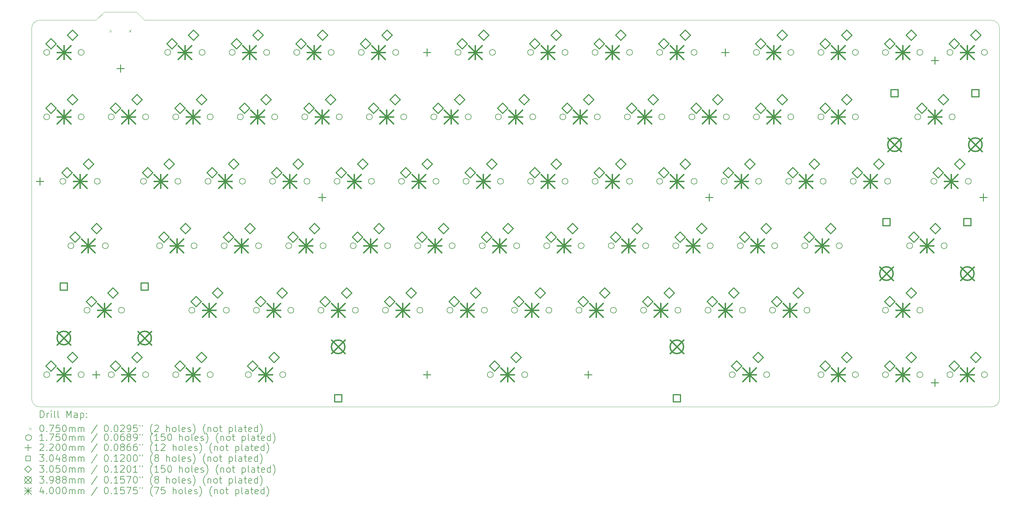
<source format=gbr>
%FSLAX45Y45*%
G04 Gerber Fmt 4.5, Leading zero omitted, Abs format (unit mm)*
G04 Created by KiCad (PCBNEW (6.0.1-0)) date 2022-06-29 12:55:52*
%MOMM*%
%LPD*%
G01*
G04 APERTURE LIST*
%TA.AperFunction,Profile*%
%ADD10C,0.100000*%
%TD*%
%ADD11C,0.200000*%
%ADD12C,0.075001*%
%ADD13C,0.175000*%
%ADD14C,0.220000*%
%ADD15C,0.304800*%
%ADD16C,0.305000*%
%ADD17C,0.398780*%
%ADD18C,0.400000*%
G04 APERTURE END LIST*
D10*
X1905000Y-13096875D02*
X1905000Y-2143125D01*
X30241875Y-13335000D02*
X2143125Y-13335000D01*
X4048125Y-1666875D02*
X5000625Y-1666875D01*
X30480000Y-2143125D02*
X30480000Y-13096875D01*
X5238750Y-1905000D02*
X30241875Y-1905000D01*
X4048125Y-1666875D02*
X3810000Y-1905000D01*
X2143125Y-1905000D02*
X3810000Y-1905000D01*
X30241875Y-13335000D02*
G75*
G03*
X30480000Y-13096875I0J238125D01*
G01*
X1905000Y-13096875D02*
G75*
G03*
X2143125Y-13335000I238125J0D01*
G01*
X5000625Y-1666875D02*
X5238750Y-1905000D01*
X2143125Y-1905000D02*
G75*
G03*
X1905000Y-2143125I0J-238125D01*
G01*
X30480000Y-2143125D02*
G75*
G03*
X30241875Y-1905000I-238125J0D01*
G01*
D11*
D12*
X4196780Y-2193438D02*
X4271782Y-2268439D01*
X4271782Y-2193438D02*
X4196780Y-2268439D01*
X4776765Y-2193438D02*
X4851766Y-2268439D01*
X4851766Y-2193438D02*
X4776765Y-2268439D01*
D13*
X2437000Y-2857500D02*
G75*
G03*
X2437000Y-2857500I-87500J0D01*
G01*
X2437000Y-4762500D02*
G75*
G03*
X2437000Y-4762500I-87500J0D01*
G01*
X2437000Y-12382500D02*
G75*
G03*
X2437000Y-12382500I-87500J0D01*
G01*
X2913250Y-6667500D02*
G75*
G03*
X2913250Y-6667500I-87500J0D01*
G01*
X3151375Y-8572500D02*
G75*
G03*
X3151375Y-8572500I-87500J0D01*
G01*
X3453000Y-2857500D02*
G75*
G03*
X3453000Y-2857500I-87500J0D01*
G01*
X3453000Y-4762500D02*
G75*
G03*
X3453000Y-4762500I-87500J0D01*
G01*
X3453000Y-12382500D02*
G75*
G03*
X3453000Y-12382500I-87500J0D01*
G01*
X3627625Y-10477500D02*
G75*
G03*
X3627625Y-10477500I-87500J0D01*
G01*
X3929250Y-6667500D02*
G75*
G03*
X3929250Y-6667500I-87500J0D01*
G01*
X4167375Y-8572500D02*
G75*
G03*
X4167375Y-8572500I-87500J0D01*
G01*
X4342000Y-4762500D02*
G75*
G03*
X4342000Y-4762500I-87500J0D01*
G01*
X4342000Y-12382500D02*
G75*
G03*
X4342000Y-12382500I-87500J0D01*
G01*
X4643625Y-10477500D02*
G75*
G03*
X4643625Y-10477500I-87500J0D01*
G01*
X5294500Y-6667500D02*
G75*
G03*
X5294500Y-6667500I-87500J0D01*
G01*
X5358000Y-4762500D02*
G75*
G03*
X5358000Y-4762500I-87500J0D01*
G01*
X5358000Y-12382500D02*
G75*
G03*
X5358000Y-12382500I-87500J0D01*
G01*
X5770750Y-8572500D02*
G75*
G03*
X5770750Y-8572500I-87500J0D01*
G01*
X6008875Y-2857500D02*
G75*
G03*
X6008875Y-2857500I-87500J0D01*
G01*
X6247000Y-4762500D02*
G75*
G03*
X6247000Y-4762500I-87500J0D01*
G01*
X6247000Y-12382500D02*
G75*
G03*
X6247000Y-12382500I-87500J0D01*
G01*
X6310500Y-6667500D02*
G75*
G03*
X6310500Y-6667500I-87500J0D01*
G01*
X6723250Y-10477500D02*
G75*
G03*
X6723250Y-10477500I-87500J0D01*
G01*
X6786750Y-8572500D02*
G75*
G03*
X6786750Y-8572500I-87500J0D01*
G01*
X7024875Y-2857500D02*
G75*
G03*
X7024875Y-2857500I-87500J0D01*
G01*
X7199500Y-6667500D02*
G75*
G03*
X7199500Y-6667500I-87500J0D01*
G01*
X7263000Y-4762500D02*
G75*
G03*
X7263000Y-4762500I-87500J0D01*
G01*
X7263000Y-12382500D02*
G75*
G03*
X7263000Y-12382500I-87500J0D01*
G01*
X7675750Y-8572500D02*
G75*
G03*
X7675750Y-8572500I-87500J0D01*
G01*
X7739250Y-10477500D02*
G75*
G03*
X7739250Y-10477500I-87500J0D01*
G01*
X7913875Y-2857500D02*
G75*
G03*
X7913875Y-2857500I-87500J0D01*
G01*
X8152000Y-4762500D02*
G75*
G03*
X8152000Y-4762500I-87500J0D01*
G01*
X8215500Y-6667500D02*
G75*
G03*
X8215500Y-6667500I-87500J0D01*
G01*
X8390125Y-12382500D02*
G75*
G03*
X8390125Y-12382500I-87500J0D01*
G01*
X8628250Y-10477500D02*
G75*
G03*
X8628250Y-10477500I-87500J0D01*
G01*
X8691750Y-8572500D02*
G75*
G03*
X8691750Y-8572500I-87500J0D01*
G01*
X8929875Y-2857500D02*
G75*
G03*
X8929875Y-2857500I-87500J0D01*
G01*
X9104500Y-6667500D02*
G75*
G03*
X9104500Y-6667500I-87500J0D01*
G01*
X9168000Y-4762500D02*
G75*
G03*
X9168000Y-4762500I-87500J0D01*
G01*
X9406125Y-12382500D02*
G75*
G03*
X9406125Y-12382500I-87500J0D01*
G01*
X9580750Y-8572500D02*
G75*
G03*
X9580750Y-8572500I-87500J0D01*
G01*
X9644250Y-10477500D02*
G75*
G03*
X9644250Y-10477500I-87500J0D01*
G01*
X9818875Y-2857500D02*
G75*
G03*
X9818875Y-2857500I-87500J0D01*
G01*
X10057000Y-4762500D02*
G75*
G03*
X10057000Y-4762500I-87500J0D01*
G01*
X10120500Y-6667500D02*
G75*
G03*
X10120500Y-6667500I-87500J0D01*
G01*
X10533250Y-10477500D02*
G75*
G03*
X10533250Y-10477500I-87500J0D01*
G01*
X10596750Y-8572500D02*
G75*
G03*
X10596750Y-8572500I-87500J0D01*
G01*
X10834875Y-2857500D02*
G75*
G03*
X10834875Y-2857500I-87500J0D01*
G01*
X11009500Y-6667500D02*
G75*
G03*
X11009500Y-6667500I-87500J0D01*
G01*
X11073000Y-4762500D02*
G75*
G03*
X11073000Y-4762500I-87500J0D01*
G01*
X11485750Y-8572500D02*
G75*
G03*
X11485750Y-8572500I-87500J0D01*
G01*
X11549250Y-10477500D02*
G75*
G03*
X11549250Y-10477500I-87500J0D01*
G01*
X11723875Y-2857500D02*
G75*
G03*
X11723875Y-2857500I-87500J0D01*
G01*
X11962000Y-4762500D02*
G75*
G03*
X11962000Y-4762500I-87500J0D01*
G01*
X12025500Y-6667500D02*
G75*
G03*
X12025500Y-6667500I-87500J0D01*
G01*
X12438250Y-10477500D02*
G75*
G03*
X12438250Y-10477500I-87500J0D01*
G01*
X12501750Y-8572500D02*
G75*
G03*
X12501750Y-8572500I-87500J0D01*
G01*
X12739875Y-2857500D02*
G75*
G03*
X12739875Y-2857500I-87500J0D01*
G01*
X12914500Y-6667500D02*
G75*
G03*
X12914500Y-6667500I-87500J0D01*
G01*
X12978000Y-4762500D02*
G75*
G03*
X12978000Y-4762500I-87500J0D01*
G01*
X13390750Y-8572500D02*
G75*
G03*
X13390750Y-8572500I-87500J0D01*
G01*
X13454250Y-10477500D02*
G75*
G03*
X13454250Y-10477500I-87500J0D01*
G01*
X13867000Y-4762500D02*
G75*
G03*
X13867000Y-4762500I-87500J0D01*
G01*
X13930500Y-6667500D02*
G75*
G03*
X13930500Y-6667500I-87500J0D01*
G01*
X14343250Y-10477500D02*
G75*
G03*
X14343250Y-10477500I-87500J0D01*
G01*
X14406750Y-8572500D02*
G75*
G03*
X14406750Y-8572500I-87500J0D01*
G01*
X14581375Y-2857500D02*
G75*
G03*
X14581375Y-2857500I-87500J0D01*
G01*
X14819500Y-6667500D02*
G75*
G03*
X14819500Y-6667500I-87500J0D01*
G01*
X14883000Y-4762500D02*
G75*
G03*
X14883000Y-4762500I-87500J0D01*
G01*
X15295750Y-8572500D02*
G75*
G03*
X15295750Y-8572500I-87500J0D01*
G01*
X15359250Y-10477500D02*
G75*
G03*
X15359250Y-10477500I-87500J0D01*
G01*
X15533875Y-12382500D02*
G75*
G03*
X15533875Y-12382500I-87500J0D01*
G01*
X15597375Y-2857500D02*
G75*
G03*
X15597375Y-2857500I-87500J0D01*
G01*
X15772000Y-4762500D02*
G75*
G03*
X15772000Y-4762500I-87500J0D01*
G01*
X15835500Y-6667500D02*
G75*
G03*
X15835500Y-6667500I-87500J0D01*
G01*
X16248250Y-10477500D02*
G75*
G03*
X16248250Y-10477500I-87500J0D01*
G01*
X16311750Y-8572500D02*
G75*
G03*
X16311750Y-8572500I-87500J0D01*
G01*
X16549875Y-12382500D02*
G75*
G03*
X16549875Y-12382500I-87500J0D01*
G01*
X16724500Y-2857500D02*
G75*
G03*
X16724500Y-2857500I-87500J0D01*
G01*
X16724500Y-6667500D02*
G75*
G03*
X16724500Y-6667500I-87500J0D01*
G01*
X16788000Y-4762500D02*
G75*
G03*
X16788000Y-4762500I-87500J0D01*
G01*
X17200750Y-8572500D02*
G75*
G03*
X17200750Y-8572500I-87500J0D01*
G01*
X17264250Y-10477500D02*
G75*
G03*
X17264250Y-10477500I-87500J0D01*
G01*
X17677000Y-4762500D02*
G75*
G03*
X17677000Y-4762500I-87500J0D01*
G01*
X17740500Y-2857500D02*
G75*
G03*
X17740500Y-2857500I-87500J0D01*
G01*
X17740500Y-6667500D02*
G75*
G03*
X17740500Y-6667500I-87500J0D01*
G01*
X18153250Y-10477500D02*
G75*
G03*
X18153250Y-10477500I-87500J0D01*
G01*
X18216750Y-8572500D02*
G75*
G03*
X18216750Y-8572500I-87500J0D01*
G01*
X18629500Y-2857500D02*
G75*
G03*
X18629500Y-2857500I-87500J0D01*
G01*
X18629500Y-6667500D02*
G75*
G03*
X18629500Y-6667500I-87500J0D01*
G01*
X18693000Y-4762500D02*
G75*
G03*
X18693000Y-4762500I-87500J0D01*
G01*
X19105750Y-8572500D02*
G75*
G03*
X19105750Y-8572500I-87500J0D01*
G01*
X19169250Y-10477500D02*
G75*
G03*
X19169250Y-10477500I-87500J0D01*
G01*
X19582000Y-4762500D02*
G75*
G03*
X19582000Y-4762500I-87500J0D01*
G01*
X19645500Y-2857500D02*
G75*
G03*
X19645500Y-2857500I-87500J0D01*
G01*
X19645500Y-6667500D02*
G75*
G03*
X19645500Y-6667500I-87500J0D01*
G01*
X20058250Y-10477500D02*
G75*
G03*
X20058250Y-10477500I-87500J0D01*
G01*
X20121750Y-8572500D02*
G75*
G03*
X20121750Y-8572500I-87500J0D01*
G01*
X20534500Y-2857500D02*
G75*
G03*
X20534500Y-2857500I-87500J0D01*
G01*
X20534500Y-6667500D02*
G75*
G03*
X20534500Y-6667500I-87500J0D01*
G01*
X20598000Y-4762500D02*
G75*
G03*
X20598000Y-4762500I-87500J0D01*
G01*
X21010750Y-8572500D02*
G75*
G03*
X21010750Y-8572500I-87500J0D01*
G01*
X21074250Y-10477500D02*
G75*
G03*
X21074250Y-10477500I-87500J0D01*
G01*
X21487000Y-4762500D02*
G75*
G03*
X21487000Y-4762500I-87500J0D01*
G01*
X21550500Y-2857500D02*
G75*
G03*
X21550500Y-2857500I-87500J0D01*
G01*
X21550500Y-6667500D02*
G75*
G03*
X21550500Y-6667500I-87500J0D01*
G01*
X21963250Y-10477500D02*
G75*
G03*
X21963250Y-10477500I-87500J0D01*
G01*
X22026750Y-8572500D02*
G75*
G03*
X22026750Y-8572500I-87500J0D01*
G01*
X22439500Y-6667500D02*
G75*
G03*
X22439500Y-6667500I-87500J0D01*
G01*
X22503000Y-4762500D02*
G75*
G03*
X22503000Y-4762500I-87500J0D01*
G01*
X22677625Y-12382500D02*
G75*
G03*
X22677625Y-12382500I-87500J0D01*
G01*
X22915750Y-8572500D02*
G75*
G03*
X22915750Y-8572500I-87500J0D01*
G01*
X22979250Y-10477500D02*
G75*
G03*
X22979250Y-10477500I-87500J0D01*
G01*
X23392000Y-2857500D02*
G75*
G03*
X23392000Y-2857500I-87500J0D01*
G01*
X23392000Y-4762500D02*
G75*
G03*
X23392000Y-4762500I-87500J0D01*
G01*
X23455500Y-6667500D02*
G75*
G03*
X23455500Y-6667500I-87500J0D01*
G01*
X23693625Y-12382500D02*
G75*
G03*
X23693625Y-12382500I-87500J0D01*
G01*
X23868250Y-10477500D02*
G75*
G03*
X23868250Y-10477500I-87500J0D01*
G01*
X23931750Y-8572500D02*
G75*
G03*
X23931750Y-8572500I-87500J0D01*
G01*
X24344500Y-6667500D02*
G75*
G03*
X24344500Y-6667500I-87500J0D01*
G01*
X24408000Y-2857500D02*
G75*
G03*
X24408000Y-2857500I-87500J0D01*
G01*
X24408000Y-4762500D02*
G75*
G03*
X24408000Y-4762500I-87500J0D01*
G01*
X24820750Y-8572500D02*
G75*
G03*
X24820750Y-8572500I-87500J0D01*
G01*
X24884250Y-10477500D02*
G75*
G03*
X24884250Y-10477500I-87500J0D01*
G01*
X25297000Y-2857500D02*
G75*
G03*
X25297000Y-2857500I-87500J0D01*
G01*
X25297000Y-4762500D02*
G75*
G03*
X25297000Y-4762500I-87500J0D01*
G01*
X25297000Y-12382500D02*
G75*
G03*
X25297000Y-12382500I-87500J0D01*
G01*
X25360500Y-6667500D02*
G75*
G03*
X25360500Y-6667500I-87500J0D01*
G01*
X25836750Y-8572500D02*
G75*
G03*
X25836750Y-8572500I-87500J0D01*
G01*
X26249500Y-6667500D02*
G75*
G03*
X26249500Y-6667500I-87500J0D01*
G01*
X26313000Y-2857500D02*
G75*
G03*
X26313000Y-2857500I-87500J0D01*
G01*
X26313000Y-4762500D02*
G75*
G03*
X26313000Y-4762500I-87500J0D01*
G01*
X26313000Y-12382500D02*
G75*
G03*
X26313000Y-12382500I-87500J0D01*
G01*
X27202000Y-2857500D02*
G75*
G03*
X27202000Y-2857500I-87500J0D01*
G01*
X27202000Y-10477500D02*
G75*
G03*
X27202000Y-10477500I-87500J0D01*
G01*
X27202000Y-12382500D02*
G75*
G03*
X27202000Y-12382500I-87500J0D01*
G01*
X27265500Y-6667500D02*
G75*
G03*
X27265500Y-6667500I-87500J0D01*
G01*
X27916375Y-8572500D02*
G75*
G03*
X27916375Y-8572500I-87500J0D01*
G01*
X28154500Y-4762500D02*
G75*
G03*
X28154500Y-4762500I-87500J0D01*
G01*
X28218000Y-2857500D02*
G75*
G03*
X28218000Y-2857500I-87500J0D01*
G01*
X28218000Y-10477500D02*
G75*
G03*
X28218000Y-10477500I-87500J0D01*
G01*
X28218000Y-12382500D02*
G75*
G03*
X28218000Y-12382500I-87500J0D01*
G01*
X28630750Y-6667500D02*
G75*
G03*
X28630750Y-6667500I-87500J0D01*
G01*
X28932375Y-8572500D02*
G75*
G03*
X28932375Y-8572500I-87500J0D01*
G01*
X29107000Y-2857500D02*
G75*
G03*
X29107000Y-2857500I-87500J0D01*
G01*
X29107000Y-12382500D02*
G75*
G03*
X29107000Y-12382500I-87500J0D01*
G01*
X29170500Y-4762500D02*
G75*
G03*
X29170500Y-4762500I-87500J0D01*
G01*
X29646750Y-6667500D02*
G75*
G03*
X29646750Y-6667500I-87500J0D01*
G01*
X30123000Y-2857500D02*
G75*
G03*
X30123000Y-2857500I-87500J0D01*
G01*
X30123000Y-12382500D02*
G75*
G03*
X30123000Y-12382500I-87500J0D01*
G01*
D14*
X2143125Y-6557500D02*
X2143125Y-6777500D01*
X2033125Y-6667500D02*
X2253125Y-6667500D01*
X3810000Y-12272500D02*
X3810000Y-12492500D01*
X3700000Y-12382500D02*
X3920000Y-12382500D01*
X4524375Y-3223750D02*
X4524375Y-3443750D01*
X4414375Y-3333750D02*
X4634375Y-3333750D01*
X10477500Y-7033750D02*
X10477500Y-7253750D01*
X10367500Y-7143750D02*
X10587500Y-7143750D01*
X13573125Y-2747500D02*
X13573125Y-2967500D01*
X13463125Y-2857500D02*
X13683125Y-2857500D01*
X13573125Y-12272500D02*
X13573125Y-12492500D01*
X13463125Y-12382500D02*
X13683125Y-12382500D01*
X18335625Y-12272500D02*
X18335625Y-12492500D01*
X18225625Y-12382500D02*
X18445625Y-12382500D01*
X21907500Y-7033750D02*
X21907500Y-7253750D01*
X21797500Y-7143750D02*
X22017500Y-7143750D01*
X22383750Y-2747500D02*
X22383750Y-2967500D01*
X22273750Y-2857500D02*
X22493750Y-2857500D01*
X28575000Y-2985625D02*
X28575000Y-3205625D01*
X28465000Y-3095625D02*
X28685000Y-3095625D01*
X28575000Y-12510625D02*
X28575000Y-12730625D01*
X28465000Y-12620625D02*
X28685000Y-12620625D01*
X30003750Y-7033750D02*
X30003750Y-7253750D01*
X29893750Y-7143750D02*
X30113750Y-7143750D01*
D15*
X2962089Y-9886764D02*
X2962089Y-9671236D01*
X2746561Y-9671236D01*
X2746561Y-9886764D01*
X2962089Y-9886764D01*
X5349689Y-9886764D02*
X5349689Y-9671236D01*
X5134161Y-9671236D01*
X5134161Y-9886764D01*
X5349689Y-9886764D01*
X11062139Y-13188764D02*
X11062139Y-12973236D01*
X10846611Y-12973236D01*
X10846611Y-13188764D01*
X11062139Y-13188764D01*
X21062139Y-13188764D02*
X21062139Y-12973236D01*
X20846611Y-12973236D01*
X20846611Y-13188764D01*
X21062139Y-13188764D01*
X27250839Y-7981764D02*
X27250839Y-7766236D01*
X27035311Y-7766236D01*
X27035311Y-7981764D01*
X27250839Y-7981764D01*
X27488964Y-4171764D02*
X27488964Y-3956236D01*
X27273436Y-3956236D01*
X27273436Y-4171764D01*
X27488964Y-4171764D01*
X29638439Y-7981764D02*
X29638439Y-7766236D01*
X29422911Y-7766236D01*
X29422911Y-7981764D01*
X29638439Y-7981764D01*
X29876564Y-4171764D02*
X29876564Y-3956236D01*
X29661036Y-3956236D01*
X29661036Y-4171764D01*
X29876564Y-4171764D01*
D16*
X2476500Y-2756000D02*
X2629000Y-2603500D01*
X2476500Y-2451000D01*
X2324000Y-2603500D01*
X2476500Y-2756000D01*
X2476500Y-4661000D02*
X2629000Y-4508500D01*
X2476500Y-4356000D01*
X2324000Y-4508500D01*
X2476500Y-4661000D01*
X2476500Y-12281000D02*
X2629000Y-12128500D01*
X2476500Y-11976000D01*
X2324000Y-12128500D01*
X2476500Y-12281000D01*
X2952750Y-6566000D02*
X3105250Y-6413500D01*
X2952750Y-6261000D01*
X2800250Y-6413500D01*
X2952750Y-6566000D01*
X3111500Y-2502000D02*
X3264000Y-2349500D01*
X3111500Y-2197000D01*
X2959000Y-2349500D01*
X3111500Y-2502000D01*
X3111500Y-4407000D02*
X3264000Y-4254500D01*
X3111500Y-4102000D01*
X2959000Y-4254500D01*
X3111500Y-4407000D01*
X3111500Y-12027000D02*
X3264000Y-11874500D01*
X3111500Y-11722000D01*
X2959000Y-11874500D01*
X3111500Y-12027000D01*
X3190875Y-8471000D02*
X3343375Y-8318500D01*
X3190875Y-8166000D01*
X3038375Y-8318500D01*
X3190875Y-8471000D01*
X3587750Y-6312000D02*
X3740250Y-6159500D01*
X3587750Y-6007000D01*
X3435250Y-6159500D01*
X3587750Y-6312000D01*
X3667125Y-10376000D02*
X3819625Y-10223500D01*
X3667125Y-10071000D01*
X3514625Y-10223500D01*
X3667125Y-10376000D01*
X3825875Y-8217000D02*
X3978375Y-8064500D01*
X3825875Y-7912000D01*
X3673375Y-8064500D01*
X3825875Y-8217000D01*
X4302125Y-10122000D02*
X4454625Y-9969500D01*
X4302125Y-9817000D01*
X4149625Y-9969500D01*
X4302125Y-10122000D01*
X4381500Y-4661000D02*
X4534000Y-4508500D01*
X4381500Y-4356000D01*
X4229000Y-4508500D01*
X4381500Y-4661000D01*
X4381500Y-12281000D02*
X4534000Y-12128500D01*
X4381500Y-11976000D01*
X4229000Y-12128500D01*
X4381500Y-12281000D01*
X5016500Y-4407000D02*
X5169000Y-4254500D01*
X5016500Y-4102000D01*
X4864000Y-4254500D01*
X5016500Y-4407000D01*
X5016500Y-12027000D02*
X5169000Y-11874500D01*
X5016500Y-11722000D01*
X4864000Y-11874500D01*
X5016500Y-12027000D01*
X5334000Y-6566000D02*
X5486500Y-6413500D01*
X5334000Y-6261000D01*
X5181500Y-6413500D01*
X5334000Y-6566000D01*
X5810250Y-8471000D02*
X5962750Y-8318500D01*
X5810250Y-8166000D01*
X5657750Y-8318500D01*
X5810250Y-8471000D01*
X5969000Y-6312000D02*
X6121500Y-6159500D01*
X5969000Y-6007000D01*
X5816500Y-6159500D01*
X5969000Y-6312000D01*
X6048375Y-2756000D02*
X6200875Y-2603500D01*
X6048375Y-2451000D01*
X5895875Y-2603500D01*
X6048375Y-2756000D01*
X6286500Y-4661000D02*
X6439000Y-4508500D01*
X6286500Y-4356000D01*
X6134000Y-4508500D01*
X6286500Y-4661000D01*
X6286500Y-12281000D02*
X6439000Y-12128500D01*
X6286500Y-11976000D01*
X6134000Y-12128500D01*
X6286500Y-12281000D01*
X6445250Y-8217000D02*
X6597750Y-8064500D01*
X6445250Y-7912000D01*
X6292750Y-8064500D01*
X6445250Y-8217000D01*
X6683375Y-2502000D02*
X6835875Y-2349500D01*
X6683375Y-2197000D01*
X6530875Y-2349500D01*
X6683375Y-2502000D01*
X6762750Y-10376000D02*
X6915250Y-10223500D01*
X6762750Y-10071000D01*
X6610250Y-10223500D01*
X6762750Y-10376000D01*
X6921500Y-4407000D02*
X7074000Y-4254500D01*
X6921500Y-4102000D01*
X6769000Y-4254500D01*
X6921500Y-4407000D01*
X6921500Y-12027000D02*
X7074000Y-11874500D01*
X6921500Y-11722000D01*
X6769000Y-11874500D01*
X6921500Y-12027000D01*
X7239000Y-6566000D02*
X7391500Y-6413500D01*
X7239000Y-6261000D01*
X7086500Y-6413500D01*
X7239000Y-6566000D01*
X7397750Y-10122000D02*
X7550250Y-9969500D01*
X7397750Y-9817000D01*
X7245250Y-9969500D01*
X7397750Y-10122000D01*
X7715250Y-8471000D02*
X7867750Y-8318500D01*
X7715250Y-8166000D01*
X7562750Y-8318500D01*
X7715250Y-8471000D01*
X7874000Y-6312000D02*
X8026500Y-6159500D01*
X7874000Y-6007000D01*
X7721500Y-6159500D01*
X7874000Y-6312000D01*
X7953375Y-2756000D02*
X8105875Y-2603500D01*
X7953375Y-2451000D01*
X7800875Y-2603500D01*
X7953375Y-2756000D01*
X8191500Y-4661000D02*
X8344000Y-4508500D01*
X8191500Y-4356000D01*
X8039000Y-4508500D01*
X8191500Y-4661000D01*
X8350250Y-8217000D02*
X8502750Y-8064500D01*
X8350250Y-7912000D01*
X8197750Y-8064500D01*
X8350250Y-8217000D01*
X8429625Y-12281000D02*
X8582125Y-12128500D01*
X8429625Y-11976000D01*
X8277125Y-12128500D01*
X8429625Y-12281000D01*
X8588375Y-2502000D02*
X8740875Y-2349500D01*
X8588375Y-2197000D01*
X8435875Y-2349500D01*
X8588375Y-2502000D01*
X8667750Y-10376000D02*
X8820250Y-10223500D01*
X8667750Y-10071000D01*
X8515250Y-10223500D01*
X8667750Y-10376000D01*
X8826500Y-4407000D02*
X8979000Y-4254500D01*
X8826500Y-4102000D01*
X8674000Y-4254500D01*
X8826500Y-4407000D01*
X9064625Y-12027000D02*
X9217125Y-11874500D01*
X9064625Y-11722000D01*
X8912125Y-11874500D01*
X9064625Y-12027000D01*
X9144000Y-6566000D02*
X9296500Y-6413500D01*
X9144000Y-6261000D01*
X8991500Y-6413500D01*
X9144000Y-6566000D01*
X9302750Y-10122000D02*
X9455250Y-9969500D01*
X9302750Y-9817000D01*
X9150250Y-9969500D01*
X9302750Y-10122000D01*
X9620250Y-8471000D02*
X9772750Y-8318500D01*
X9620250Y-8166000D01*
X9467750Y-8318500D01*
X9620250Y-8471000D01*
X9779000Y-6312000D02*
X9931500Y-6159500D01*
X9779000Y-6007000D01*
X9626500Y-6159500D01*
X9779000Y-6312000D01*
X9858375Y-2756000D02*
X10010875Y-2603500D01*
X9858375Y-2451000D01*
X9705875Y-2603500D01*
X9858375Y-2756000D01*
X10096500Y-4661000D02*
X10249000Y-4508500D01*
X10096500Y-4356000D01*
X9944000Y-4508500D01*
X10096500Y-4661000D01*
X10255250Y-8217000D02*
X10407750Y-8064500D01*
X10255250Y-7912000D01*
X10102750Y-8064500D01*
X10255250Y-8217000D01*
X10493375Y-2502000D02*
X10645875Y-2349500D01*
X10493375Y-2197000D01*
X10340875Y-2349500D01*
X10493375Y-2502000D01*
X10572750Y-10376000D02*
X10725250Y-10223500D01*
X10572750Y-10071000D01*
X10420250Y-10223500D01*
X10572750Y-10376000D01*
X10731500Y-4407000D02*
X10884000Y-4254500D01*
X10731500Y-4102000D01*
X10579000Y-4254500D01*
X10731500Y-4407000D01*
X11049000Y-6566000D02*
X11201500Y-6413500D01*
X11049000Y-6261000D01*
X10896500Y-6413500D01*
X11049000Y-6566000D01*
X11207750Y-10122000D02*
X11360250Y-9969500D01*
X11207750Y-9817000D01*
X11055250Y-9969500D01*
X11207750Y-10122000D01*
X11525250Y-8471000D02*
X11677750Y-8318500D01*
X11525250Y-8166000D01*
X11372750Y-8318500D01*
X11525250Y-8471000D01*
X11684000Y-6312000D02*
X11836500Y-6159500D01*
X11684000Y-6007000D01*
X11531500Y-6159500D01*
X11684000Y-6312000D01*
X11763375Y-2756000D02*
X11915875Y-2603500D01*
X11763375Y-2451000D01*
X11610875Y-2603500D01*
X11763375Y-2756000D01*
X12001500Y-4661000D02*
X12154000Y-4508500D01*
X12001500Y-4356000D01*
X11849000Y-4508500D01*
X12001500Y-4661000D01*
X12160250Y-8217000D02*
X12312750Y-8064500D01*
X12160250Y-7912000D01*
X12007750Y-8064500D01*
X12160250Y-8217000D01*
X12398375Y-2502000D02*
X12550875Y-2349500D01*
X12398375Y-2197000D01*
X12245875Y-2349500D01*
X12398375Y-2502000D01*
X12477750Y-10376000D02*
X12630250Y-10223500D01*
X12477750Y-10071000D01*
X12325250Y-10223500D01*
X12477750Y-10376000D01*
X12636500Y-4407000D02*
X12789000Y-4254500D01*
X12636500Y-4102000D01*
X12484000Y-4254500D01*
X12636500Y-4407000D01*
X12954000Y-6566000D02*
X13106500Y-6413500D01*
X12954000Y-6261000D01*
X12801500Y-6413500D01*
X12954000Y-6566000D01*
X13112750Y-10122000D02*
X13265250Y-9969500D01*
X13112750Y-9817000D01*
X12960250Y-9969500D01*
X13112750Y-10122000D01*
X13430250Y-8471000D02*
X13582750Y-8318500D01*
X13430250Y-8166000D01*
X13277750Y-8318500D01*
X13430250Y-8471000D01*
X13589000Y-6312000D02*
X13741500Y-6159500D01*
X13589000Y-6007000D01*
X13436500Y-6159500D01*
X13589000Y-6312000D01*
X13906500Y-4661000D02*
X14059000Y-4508500D01*
X13906500Y-4356000D01*
X13754000Y-4508500D01*
X13906500Y-4661000D01*
X14065250Y-8217000D02*
X14217750Y-8064500D01*
X14065250Y-7912000D01*
X13912750Y-8064500D01*
X14065250Y-8217000D01*
X14382750Y-10376000D02*
X14535250Y-10223500D01*
X14382750Y-10071000D01*
X14230250Y-10223500D01*
X14382750Y-10376000D01*
X14541500Y-4407000D02*
X14694000Y-4254500D01*
X14541500Y-4102000D01*
X14389000Y-4254500D01*
X14541500Y-4407000D01*
X14620875Y-2756000D02*
X14773375Y-2603500D01*
X14620875Y-2451000D01*
X14468375Y-2603500D01*
X14620875Y-2756000D01*
X14859000Y-6566000D02*
X15011500Y-6413500D01*
X14859000Y-6261000D01*
X14706500Y-6413500D01*
X14859000Y-6566000D01*
X15017750Y-10122000D02*
X15170250Y-9969500D01*
X15017750Y-9817000D01*
X14865250Y-9969500D01*
X15017750Y-10122000D01*
X15255875Y-2502000D02*
X15408375Y-2349500D01*
X15255875Y-2197000D01*
X15103375Y-2349500D01*
X15255875Y-2502000D01*
X15335250Y-8471000D02*
X15487750Y-8318500D01*
X15335250Y-8166000D01*
X15182750Y-8318500D01*
X15335250Y-8471000D01*
X15494000Y-6312000D02*
X15646500Y-6159500D01*
X15494000Y-6007000D01*
X15341500Y-6159500D01*
X15494000Y-6312000D01*
X15573375Y-12281000D02*
X15725875Y-12128500D01*
X15573375Y-11976000D01*
X15420875Y-12128500D01*
X15573375Y-12281000D01*
X15811500Y-4661000D02*
X15964000Y-4508500D01*
X15811500Y-4356000D01*
X15659000Y-4508500D01*
X15811500Y-4661000D01*
X15970250Y-8217000D02*
X16122750Y-8064500D01*
X15970250Y-7912000D01*
X15817750Y-8064500D01*
X15970250Y-8217000D01*
X16208375Y-12027000D02*
X16360875Y-11874500D01*
X16208375Y-11722000D01*
X16055875Y-11874500D01*
X16208375Y-12027000D01*
X16287750Y-10376000D02*
X16440250Y-10223500D01*
X16287750Y-10071000D01*
X16135250Y-10223500D01*
X16287750Y-10376000D01*
X16446500Y-4407000D02*
X16599000Y-4254500D01*
X16446500Y-4102000D01*
X16294000Y-4254500D01*
X16446500Y-4407000D01*
X16764000Y-2756000D02*
X16916500Y-2603500D01*
X16764000Y-2451000D01*
X16611500Y-2603500D01*
X16764000Y-2756000D01*
X16764000Y-6566000D02*
X16916500Y-6413500D01*
X16764000Y-6261000D01*
X16611500Y-6413500D01*
X16764000Y-6566000D01*
X16922750Y-10122000D02*
X17075250Y-9969500D01*
X16922750Y-9817000D01*
X16770250Y-9969500D01*
X16922750Y-10122000D01*
X17240250Y-8471000D02*
X17392750Y-8318500D01*
X17240250Y-8166000D01*
X17087750Y-8318500D01*
X17240250Y-8471000D01*
X17399000Y-2502000D02*
X17551500Y-2349500D01*
X17399000Y-2197000D01*
X17246500Y-2349500D01*
X17399000Y-2502000D01*
X17399000Y-6312000D02*
X17551500Y-6159500D01*
X17399000Y-6007000D01*
X17246500Y-6159500D01*
X17399000Y-6312000D01*
X17716500Y-4661000D02*
X17869000Y-4508500D01*
X17716500Y-4356000D01*
X17564000Y-4508500D01*
X17716500Y-4661000D01*
X17875250Y-8217000D02*
X18027750Y-8064500D01*
X17875250Y-7912000D01*
X17722750Y-8064500D01*
X17875250Y-8217000D01*
X18192750Y-10376000D02*
X18345250Y-10223500D01*
X18192750Y-10071000D01*
X18040250Y-10223500D01*
X18192750Y-10376000D01*
X18351500Y-4407000D02*
X18504000Y-4254500D01*
X18351500Y-4102000D01*
X18199000Y-4254500D01*
X18351500Y-4407000D01*
X18669000Y-2756000D02*
X18821500Y-2603500D01*
X18669000Y-2451000D01*
X18516500Y-2603500D01*
X18669000Y-2756000D01*
X18669000Y-6566000D02*
X18821500Y-6413500D01*
X18669000Y-6261000D01*
X18516500Y-6413500D01*
X18669000Y-6566000D01*
X18827750Y-10122000D02*
X18980250Y-9969500D01*
X18827750Y-9817000D01*
X18675250Y-9969500D01*
X18827750Y-10122000D01*
X19145250Y-8471000D02*
X19297750Y-8318500D01*
X19145250Y-8166000D01*
X18992750Y-8318500D01*
X19145250Y-8471000D01*
X19304000Y-2502000D02*
X19456500Y-2349500D01*
X19304000Y-2197000D01*
X19151500Y-2349500D01*
X19304000Y-2502000D01*
X19304000Y-6312000D02*
X19456500Y-6159500D01*
X19304000Y-6007000D01*
X19151500Y-6159500D01*
X19304000Y-6312000D01*
X19621500Y-4661000D02*
X19774000Y-4508500D01*
X19621500Y-4356000D01*
X19469000Y-4508500D01*
X19621500Y-4661000D01*
X19780250Y-8217000D02*
X19932750Y-8064500D01*
X19780250Y-7912000D01*
X19627750Y-8064500D01*
X19780250Y-8217000D01*
X20097750Y-10376000D02*
X20250250Y-10223500D01*
X20097750Y-10071000D01*
X19945250Y-10223500D01*
X20097750Y-10376000D01*
X20256500Y-4407000D02*
X20409000Y-4254500D01*
X20256500Y-4102000D01*
X20104000Y-4254500D01*
X20256500Y-4407000D01*
X20574000Y-2756000D02*
X20726500Y-2603500D01*
X20574000Y-2451000D01*
X20421500Y-2603500D01*
X20574000Y-2756000D01*
X20574000Y-6566000D02*
X20726500Y-6413500D01*
X20574000Y-6261000D01*
X20421500Y-6413500D01*
X20574000Y-6566000D01*
X20732750Y-10122000D02*
X20885250Y-9969500D01*
X20732750Y-9817000D01*
X20580250Y-9969500D01*
X20732750Y-10122000D01*
X21050250Y-8471000D02*
X21202750Y-8318500D01*
X21050250Y-8166000D01*
X20897750Y-8318500D01*
X21050250Y-8471000D01*
X21209000Y-2502000D02*
X21361500Y-2349500D01*
X21209000Y-2197000D01*
X21056500Y-2349500D01*
X21209000Y-2502000D01*
X21209000Y-6312000D02*
X21361500Y-6159500D01*
X21209000Y-6007000D01*
X21056500Y-6159500D01*
X21209000Y-6312000D01*
X21526500Y-4661000D02*
X21679000Y-4508500D01*
X21526500Y-4356000D01*
X21374000Y-4508500D01*
X21526500Y-4661000D01*
X21685250Y-8217000D02*
X21837750Y-8064500D01*
X21685250Y-7912000D01*
X21532750Y-8064500D01*
X21685250Y-8217000D01*
X22002750Y-10376000D02*
X22155250Y-10223500D01*
X22002750Y-10071000D01*
X21850250Y-10223500D01*
X22002750Y-10376000D01*
X22161500Y-4407000D02*
X22314000Y-4254500D01*
X22161500Y-4102000D01*
X22009000Y-4254500D01*
X22161500Y-4407000D01*
X22479000Y-6566000D02*
X22631500Y-6413500D01*
X22479000Y-6261000D01*
X22326500Y-6413500D01*
X22479000Y-6566000D01*
X22637750Y-10122000D02*
X22790250Y-9969500D01*
X22637750Y-9817000D01*
X22485250Y-9969500D01*
X22637750Y-10122000D01*
X22717125Y-12281000D02*
X22869625Y-12128500D01*
X22717125Y-11976000D01*
X22564625Y-12128500D01*
X22717125Y-12281000D01*
X22955250Y-8471000D02*
X23107750Y-8318500D01*
X22955250Y-8166000D01*
X22802750Y-8318500D01*
X22955250Y-8471000D01*
X23114000Y-6312000D02*
X23266500Y-6159500D01*
X23114000Y-6007000D01*
X22961500Y-6159500D01*
X23114000Y-6312000D01*
X23352125Y-12027000D02*
X23504625Y-11874500D01*
X23352125Y-11722000D01*
X23199625Y-11874500D01*
X23352125Y-12027000D01*
X23431500Y-2756000D02*
X23584000Y-2603500D01*
X23431500Y-2451000D01*
X23279000Y-2603500D01*
X23431500Y-2756000D01*
X23431500Y-4661000D02*
X23584000Y-4508500D01*
X23431500Y-4356000D01*
X23279000Y-4508500D01*
X23431500Y-4661000D01*
X23590250Y-8217000D02*
X23742750Y-8064500D01*
X23590250Y-7912000D01*
X23437750Y-8064500D01*
X23590250Y-8217000D01*
X23907750Y-10376000D02*
X24060250Y-10223500D01*
X23907750Y-10071000D01*
X23755250Y-10223500D01*
X23907750Y-10376000D01*
X24066500Y-2502000D02*
X24219000Y-2349500D01*
X24066500Y-2197000D01*
X23914000Y-2349500D01*
X24066500Y-2502000D01*
X24066500Y-4407000D02*
X24219000Y-4254500D01*
X24066500Y-4102000D01*
X23914000Y-4254500D01*
X24066500Y-4407000D01*
X24384000Y-6566000D02*
X24536500Y-6413500D01*
X24384000Y-6261000D01*
X24231500Y-6413500D01*
X24384000Y-6566000D01*
X24542750Y-10122000D02*
X24695250Y-9969500D01*
X24542750Y-9817000D01*
X24390250Y-9969500D01*
X24542750Y-10122000D01*
X24860250Y-8471000D02*
X25012750Y-8318500D01*
X24860250Y-8166000D01*
X24707750Y-8318500D01*
X24860250Y-8471000D01*
X25019000Y-6312000D02*
X25171500Y-6159500D01*
X25019000Y-6007000D01*
X24866500Y-6159500D01*
X25019000Y-6312000D01*
X25336500Y-2756000D02*
X25489000Y-2603500D01*
X25336500Y-2451000D01*
X25184000Y-2603500D01*
X25336500Y-2756000D01*
X25336500Y-4661000D02*
X25489000Y-4508500D01*
X25336500Y-4356000D01*
X25184000Y-4508500D01*
X25336500Y-4661000D01*
X25336500Y-12281000D02*
X25489000Y-12128500D01*
X25336500Y-11976000D01*
X25184000Y-12128500D01*
X25336500Y-12281000D01*
X25495250Y-8217000D02*
X25647750Y-8064500D01*
X25495250Y-7912000D01*
X25342750Y-8064500D01*
X25495250Y-8217000D01*
X25971500Y-2502000D02*
X26124000Y-2349500D01*
X25971500Y-2197000D01*
X25819000Y-2349500D01*
X25971500Y-2502000D01*
X25971500Y-4407000D02*
X26124000Y-4254500D01*
X25971500Y-4102000D01*
X25819000Y-4254500D01*
X25971500Y-4407000D01*
X25971500Y-12027000D02*
X26124000Y-11874500D01*
X25971500Y-11722000D01*
X25819000Y-11874500D01*
X25971500Y-12027000D01*
X26289000Y-6566000D02*
X26441500Y-6413500D01*
X26289000Y-6261000D01*
X26136500Y-6413500D01*
X26289000Y-6566000D01*
X26924000Y-6312000D02*
X27076500Y-6159500D01*
X26924000Y-6007000D01*
X26771500Y-6159500D01*
X26924000Y-6312000D01*
X27241500Y-2756000D02*
X27394000Y-2603500D01*
X27241500Y-2451000D01*
X27089000Y-2603500D01*
X27241500Y-2756000D01*
X27241500Y-10376000D02*
X27394000Y-10223500D01*
X27241500Y-10071000D01*
X27089000Y-10223500D01*
X27241500Y-10376000D01*
X27241500Y-12281000D02*
X27394000Y-12128500D01*
X27241500Y-11976000D01*
X27089000Y-12128500D01*
X27241500Y-12281000D01*
X27876500Y-2502000D02*
X28029000Y-2349500D01*
X27876500Y-2197000D01*
X27724000Y-2349500D01*
X27876500Y-2502000D01*
X27876500Y-10122000D02*
X28029000Y-9969500D01*
X27876500Y-9817000D01*
X27724000Y-9969500D01*
X27876500Y-10122000D01*
X27876500Y-12027000D02*
X28029000Y-11874500D01*
X27876500Y-11722000D01*
X27724000Y-11874500D01*
X27876500Y-12027000D01*
X27955875Y-8471000D02*
X28108375Y-8318500D01*
X27955875Y-8166000D01*
X27803375Y-8318500D01*
X27955875Y-8471000D01*
X28194000Y-4661000D02*
X28346500Y-4508500D01*
X28194000Y-4356000D01*
X28041500Y-4508500D01*
X28194000Y-4661000D01*
X28590875Y-8217000D02*
X28743375Y-8064500D01*
X28590875Y-7912000D01*
X28438375Y-8064500D01*
X28590875Y-8217000D01*
X28670250Y-6566000D02*
X28822750Y-6413500D01*
X28670250Y-6261000D01*
X28517750Y-6413500D01*
X28670250Y-6566000D01*
X28829000Y-4407000D02*
X28981500Y-4254500D01*
X28829000Y-4102000D01*
X28676500Y-4254500D01*
X28829000Y-4407000D01*
X29146500Y-2756000D02*
X29299000Y-2603500D01*
X29146500Y-2451000D01*
X28994000Y-2603500D01*
X29146500Y-2756000D01*
X29146500Y-12281000D02*
X29299000Y-12128500D01*
X29146500Y-11976000D01*
X28994000Y-12128500D01*
X29146500Y-12281000D01*
X29305250Y-6312000D02*
X29457750Y-6159500D01*
X29305250Y-6007000D01*
X29152750Y-6159500D01*
X29305250Y-6312000D01*
X29781500Y-2502000D02*
X29934000Y-2349500D01*
X29781500Y-2197000D01*
X29629000Y-2349500D01*
X29781500Y-2502000D01*
X29781500Y-12027000D02*
X29934000Y-11874500D01*
X29781500Y-11722000D01*
X29629000Y-11874500D01*
X29781500Y-12027000D01*
D17*
X2654935Y-11100610D02*
X3053715Y-11499390D01*
X3053715Y-11100610D02*
X2654935Y-11499390D01*
X3053715Y-11300000D02*
G75*
G03*
X3053715Y-11300000I-199390J0D01*
G01*
X5042535Y-11100610D02*
X5441315Y-11499390D01*
X5441315Y-11100610D02*
X5042535Y-11499390D01*
X5441315Y-11300000D02*
G75*
G03*
X5441315Y-11300000I-199390J0D01*
G01*
X10754985Y-11360610D02*
X11153765Y-11759390D01*
X11153765Y-11360610D02*
X10754985Y-11759390D01*
X11153765Y-11560000D02*
G75*
G03*
X11153765Y-11560000I-199390J0D01*
G01*
X20754985Y-11360610D02*
X21153765Y-11759390D01*
X21153765Y-11360610D02*
X20754985Y-11759390D01*
X21153765Y-11560000D02*
G75*
G03*
X21153765Y-11560000I-199390J0D01*
G01*
X26943685Y-9195610D02*
X27342465Y-9594390D01*
X27342465Y-9195610D02*
X26943685Y-9594390D01*
X27342465Y-9395000D02*
G75*
G03*
X27342465Y-9395000I-199390J0D01*
G01*
X27181810Y-5385610D02*
X27580590Y-5784390D01*
X27580590Y-5385610D02*
X27181810Y-5784390D01*
X27580590Y-5585000D02*
G75*
G03*
X27580590Y-5585000I-199390J0D01*
G01*
X29331285Y-9195610D02*
X29730065Y-9594390D01*
X29730065Y-9195610D02*
X29331285Y-9594390D01*
X29730065Y-9395000D02*
G75*
G03*
X29730065Y-9395000I-199390J0D01*
G01*
X29569410Y-5385610D02*
X29968190Y-5784390D01*
X29968190Y-5385610D02*
X29569410Y-5784390D01*
X29968190Y-5585000D02*
G75*
G03*
X29968190Y-5585000I-199390J0D01*
G01*
D18*
X2657500Y-2657500D02*
X3057500Y-3057500D01*
X3057500Y-2657500D02*
X2657500Y-3057500D01*
X2857500Y-2657500D02*
X2857500Y-3057500D01*
X2657500Y-2857500D02*
X3057500Y-2857500D01*
X2657500Y-4562500D02*
X3057500Y-4962500D01*
X3057500Y-4562500D02*
X2657500Y-4962500D01*
X2857500Y-4562500D02*
X2857500Y-4962500D01*
X2657500Y-4762500D02*
X3057500Y-4762500D01*
X2657500Y-12182500D02*
X3057500Y-12582500D01*
X3057500Y-12182500D02*
X2657500Y-12582500D01*
X2857500Y-12182500D02*
X2857500Y-12582500D01*
X2657500Y-12382500D02*
X3057500Y-12382500D01*
X3133750Y-6467500D02*
X3533750Y-6867500D01*
X3533750Y-6467500D02*
X3133750Y-6867500D01*
X3333750Y-6467500D02*
X3333750Y-6867500D01*
X3133750Y-6667500D02*
X3533750Y-6667500D01*
X3371875Y-8372500D02*
X3771875Y-8772500D01*
X3771875Y-8372500D02*
X3371875Y-8772500D01*
X3571875Y-8372500D02*
X3571875Y-8772500D01*
X3371875Y-8572500D02*
X3771875Y-8572500D01*
X3848125Y-10277500D02*
X4248125Y-10677500D01*
X4248125Y-10277500D02*
X3848125Y-10677500D01*
X4048125Y-10277500D02*
X4048125Y-10677500D01*
X3848125Y-10477500D02*
X4248125Y-10477500D01*
X4562500Y-4562500D02*
X4962500Y-4962500D01*
X4962500Y-4562500D02*
X4562500Y-4962500D01*
X4762500Y-4562500D02*
X4762500Y-4962500D01*
X4562500Y-4762500D02*
X4962500Y-4762500D01*
X4562500Y-12182500D02*
X4962500Y-12582500D01*
X4962500Y-12182500D02*
X4562500Y-12582500D01*
X4762500Y-12182500D02*
X4762500Y-12582500D01*
X4562500Y-12382500D02*
X4962500Y-12382500D01*
X5515000Y-6467500D02*
X5915000Y-6867500D01*
X5915000Y-6467500D02*
X5515000Y-6867500D01*
X5715000Y-6467500D02*
X5715000Y-6867500D01*
X5515000Y-6667500D02*
X5915000Y-6667500D01*
X5991250Y-8372500D02*
X6391250Y-8772500D01*
X6391250Y-8372500D02*
X5991250Y-8772500D01*
X6191250Y-8372500D02*
X6191250Y-8772500D01*
X5991250Y-8572500D02*
X6391250Y-8572500D01*
X6229375Y-2657500D02*
X6629375Y-3057500D01*
X6629375Y-2657500D02*
X6229375Y-3057500D01*
X6429375Y-2657500D02*
X6429375Y-3057500D01*
X6229375Y-2857500D02*
X6629375Y-2857500D01*
X6467500Y-4562500D02*
X6867500Y-4962500D01*
X6867500Y-4562500D02*
X6467500Y-4962500D01*
X6667500Y-4562500D02*
X6667500Y-4962500D01*
X6467500Y-4762500D02*
X6867500Y-4762500D01*
X6467500Y-12182500D02*
X6867500Y-12582500D01*
X6867500Y-12182500D02*
X6467500Y-12582500D01*
X6667500Y-12182500D02*
X6667500Y-12582500D01*
X6467500Y-12382500D02*
X6867500Y-12382500D01*
X6943750Y-10277500D02*
X7343750Y-10677500D01*
X7343750Y-10277500D02*
X6943750Y-10677500D01*
X7143750Y-10277500D02*
X7143750Y-10677500D01*
X6943750Y-10477500D02*
X7343750Y-10477500D01*
X7420000Y-6467500D02*
X7820000Y-6867500D01*
X7820000Y-6467500D02*
X7420000Y-6867500D01*
X7620000Y-6467500D02*
X7620000Y-6867500D01*
X7420000Y-6667500D02*
X7820000Y-6667500D01*
X7896250Y-8372500D02*
X8296250Y-8772500D01*
X8296250Y-8372500D02*
X7896250Y-8772500D01*
X8096250Y-8372500D02*
X8096250Y-8772500D01*
X7896250Y-8572500D02*
X8296250Y-8572500D01*
X8134375Y-2657500D02*
X8534375Y-3057500D01*
X8534375Y-2657500D02*
X8134375Y-3057500D01*
X8334375Y-2657500D02*
X8334375Y-3057500D01*
X8134375Y-2857500D02*
X8534375Y-2857500D01*
X8372500Y-4562500D02*
X8772500Y-4962500D01*
X8772500Y-4562500D02*
X8372500Y-4962500D01*
X8572500Y-4562500D02*
X8572500Y-4962500D01*
X8372500Y-4762500D02*
X8772500Y-4762500D01*
X8610625Y-12182500D02*
X9010625Y-12582500D01*
X9010625Y-12182500D02*
X8610625Y-12582500D01*
X8810625Y-12182500D02*
X8810625Y-12582500D01*
X8610625Y-12382500D02*
X9010625Y-12382500D01*
X8848750Y-10277500D02*
X9248750Y-10677500D01*
X9248750Y-10277500D02*
X8848750Y-10677500D01*
X9048750Y-10277500D02*
X9048750Y-10677500D01*
X8848750Y-10477500D02*
X9248750Y-10477500D01*
X9325000Y-6467500D02*
X9725000Y-6867500D01*
X9725000Y-6467500D02*
X9325000Y-6867500D01*
X9525000Y-6467500D02*
X9525000Y-6867500D01*
X9325000Y-6667500D02*
X9725000Y-6667500D01*
X9801250Y-8372500D02*
X10201250Y-8772500D01*
X10201250Y-8372500D02*
X9801250Y-8772500D01*
X10001250Y-8372500D02*
X10001250Y-8772500D01*
X9801250Y-8572500D02*
X10201250Y-8572500D01*
X10039375Y-2657500D02*
X10439375Y-3057500D01*
X10439375Y-2657500D02*
X10039375Y-3057500D01*
X10239375Y-2657500D02*
X10239375Y-3057500D01*
X10039375Y-2857500D02*
X10439375Y-2857500D01*
X10277500Y-4562500D02*
X10677500Y-4962500D01*
X10677500Y-4562500D02*
X10277500Y-4962500D01*
X10477500Y-4562500D02*
X10477500Y-4962500D01*
X10277500Y-4762500D02*
X10677500Y-4762500D01*
X10753750Y-10277500D02*
X11153750Y-10677500D01*
X11153750Y-10277500D02*
X10753750Y-10677500D01*
X10953750Y-10277500D02*
X10953750Y-10677500D01*
X10753750Y-10477500D02*
X11153750Y-10477500D01*
X11230000Y-6467500D02*
X11630000Y-6867500D01*
X11630000Y-6467500D02*
X11230000Y-6867500D01*
X11430000Y-6467500D02*
X11430000Y-6867500D01*
X11230000Y-6667500D02*
X11630000Y-6667500D01*
X11706250Y-8372500D02*
X12106250Y-8772500D01*
X12106250Y-8372500D02*
X11706250Y-8772500D01*
X11906250Y-8372500D02*
X11906250Y-8772500D01*
X11706250Y-8572500D02*
X12106250Y-8572500D01*
X11944375Y-2657500D02*
X12344375Y-3057500D01*
X12344375Y-2657500D02*
X11944375Y-3057500D01*
X12144375Y-2657500D02*
X12144375Y-3057500D01*
X11944375Y-2857500D02*
X12344375Y-2857500D01*
X12182500Y-4562500D02*
X12582500Y-4962500D01*
X12582500Y-4562500D02*
X12182500Y-4962500D01*
X12382500Y-4562500D02*
X12382500Y-4962500D01*
X12182500Y-4762500D02*
X12582500Y-4762500D01*
X12658750Y-10277500D02*
X13058750Y-10677500D01*
X13058750Y-10277500D02*
X12658750Y-10677500D01*
X12858750Y-10277500D02*
X12858750Y-10677500D01*
X12658750Y-10477500D02*
X13058750Y-10477500D01*
X13135000Y-6467500D02*
X13535000Y-6867500D01*
X13535000Y-6467500D02*
X13135000Y-6867500D01*
X13335000Y-6467500D02*
X13335000Y-6867500D01*
X13135000Y-6667500D02*
X13535000Y-6667500D01*
X13611250Y-8372500D02*
X14011250Y-8772500D01*
X14011250Y-8372500D02*
X13611250Y-8772500D01*
X13811250Y-8372500D02*
X13811250Y-8772500D01*
X13611250Y-8572500D02*
X14011250Y-8572500D01*
X14087500Y-4562500D02*
X14487500Y-4962500D01*
X14487500Y-4562500D02*
X14087500Y-4962500D01*
X14287500Y-4562500D02*
X14287500Y-4962500D01*
X14087500Y-4762500D02*
X14487500Y-4762500D01*
X14563750Y-10277500D02*
X14963750Y-10677500D01*
X14963750Y-10277500D02*
X14563750Y-10677500D01*
X14763750Y-10277500D02*
X14763750Y-10677500D01*
X14563750Y-10477500D02*
X14963750Y-10477500D01*
X14801875Y-2657500D02*
X15201875Y-3057500D01*
X15201875Y-2657500D02*
X14801875Y-3057500D01*
X15001875Y-2657500D02*
X15001875Y-3057500D01*
X14801875Y-2857500D02*
X15201875Y-2857500D01*
X15040000Y-6467500D02*
X15440000Y-6867500D01*
X15440000Y-6467500D02*
X15040000Y-6867500D01*
X15240000Y-6467500D02*
X15240000Y-6867500D01*
X15040000Y-6667500D02*
X15440000Y-6667500D01*
X15516250Y-8372500D02*
X15916250Y-8772500D01*
X15916250Y-8372500D02*
X15516250Y-8772500D01*
X15716250Y-8372500D02*
X15716250Y-8772500D01*
X15516250Y-8572500D02*
X15916250Y-8572500D01*
X15754375Y-12182500D02*
X16154375Y-12582500D01*
X16154375Y-12182500D02*
X15754375Y-12582500D01*
X15954375Y-12182500D02*
X15954375Y-12582500D01*
X15754375Y-12382500D02*
X16154375Y-12382500D01*
X15992500Y-4562500D02*
X16392500Y-4962500D01*
X16392500Y-4562500D02*
X15992500Y-4962500D01*
X16192500Y-4562500D02*
X16192500Y-4962500D01*
X15992500Y-4762500D02*
X16392500Y-4762500D01*
X16468750Y-10277500D02*
X16868750Y-10677500D01*
X16868750Y-10277500D02*
X16468750Y-10677500D01*
X16668750Y-10277500D02*
X16668750Y-10677500D01*
X16468750Y-10477500D02*
X16868750Y-10477500D01*
X16945000Y-2657500D02*
X17345000Y-3057500D01*
X17345000Y-2657500D02*
X16945000Y-3057500D01*
X17145000Y-2657500D02*
X17145000Y-3057500D01*
X16945000Y-2857500D02*
X17345000Y-2857500D01*
X16945000Y-6467500D02*
X17345000Y-6867500D01*
X17345000Y-6467500D02*
X16945000Y-6867500D01*
X17145000Y-6467500D02*
X17145000Y-6867500D01*
X16945000Y-6667500D02*
X17345000Y-6667500D01*
X17421250Y-8372500D02*
X17821250Y-8772500D01*
X17821250Y-8372500D02*
X17421250Y-8772500D01*
X17621250Y-8372500D02*
X17621250Y-8772500D01*
X17421250Y-8572500D02*
X17821250Y-8572500D01*
X17897500Y-4562500D02*
X18297500Y-4962500D01*
X18297500Y-4562500D02*
X17897500Y-4962500D01*
X18097500Y-4562500D02*
X18097500Y-4962500D01*
X17897500Y-4762500D02*
X18297500Y-4762500D01*
X18373750Y-10277500D02*
X18773750Y-10677500D01*
X18773750Y-10277500D02*
X18373750Y-10677500D01*
X18573750Y-10277500D02*
X18573750Y-10677500D01*
X18373750Y-10477500D02*
X18773750Y-10477500D01*
X18850000Y-2657500D02*
X19250000Y-3057500D01*
X19250000Y-2657500D02*
X18850000Y-3057500D01*
X19050000Y-2657500D02*
X19050000Y-3057500D01*
X18850000Y-2857500D02*
X19250000Y-2857500D01*
X18850000Y-6467500D02*
X19250000Y-6867500D01*
X19250000Y-6467500D02*
X18850000Y-6867500D01*
X19050000Y-6467500D02*
X19050000Y-6867500D01*
X18850000Y-6667500D02*
X19250000Y-6667500D01*
X19326250Y-8372500D02*
X19726250Y-8772500D01*
X19726250Y-8372500D02*
X19326250Y-8772500D01*
X19526250Y-8372500D02*
X19526250Y-8772500D01*
X19326250Y-8572500D02*
X19726250Y-8572500D01*
X19802500Y-4562500D02*
X20202500Y-4962500D01*
X20202500Y-4562500D02*
X19802500Y-4962500D01*
X20002500Y-4562500D02*
X20002500Y-4962500D01*
X19802500Y-4762500D02*
X20202500Y-4762500D01*
X20278750Y-10277500D02*
X20678750Y-10677500D01*
X20678750Y-10277500D02*
X20278750Y-10677500D01*
X20478750Y-10277500D02*
X20478750Y-10677500D01*
X20278750Y-10477500D02*
X20678750Y-10477500D01*
X20755000Y-2657500D02*
X21155000Y-3057500D01*
X21155000Y-2657500D02*
X20755000Y-3057500D01*
X20955000Y-2657500D02*
X20955000Y-3057500D01*
X20755000Y-2857500D02*
X21155000Y-2857500D01*
X20755000Y-6467500D02*
X21155000Y-6867500D01*
X21155000Y-6467500D02*
X20755000Y-6867500D01*
X20955000Y-6467500D02*
X20955000Y-6867500D01*
X20755000Y-6667500D02*
X21155000Y-6667500D01*
X21231250Y-8372500D02*
X21631250Y-8772500D01*
X21631250Y-8372500D02*
X21231250Y-8772500D01*
X21431250Y-8372500D02*
X21431250Y-8772500D01*
X21231250Y-8572500D02*
X21631250Y-8572500D01*
X21707500Y-4562500D02*
X22107500Y-4962500D01*
X22107500Y-4562500D02*
X21707500Y-4962500D01*
X21907500Y-4562500D02*
X21907500Y-4962500D01*
X21707500Y-4762500D02*
X22107500Y-4762500D01*
X22183750Y-10277500D02*
X22583750Y-10677500D01*
X22583750Y-10277500D02*
X22183750Y-10677500D01*
X22383750Y-10277500D02*
X22383750Y-10677500D01*
X22183750Y-10477500D02*
X22583750Y-10477500D01*
X22660000Y-6467500D02*
X23060000Y-6867500D01*
X23060000Y-6467500D02*
X22660000Y-6867500D01*
X22860000Y-6467500D02*
X22860000Y-6867500D01*
X22660000Y-6667500D02*
X23060000Y-6667500D01*
X22898125Y-12182500D02*
X23298125Y-12582500D01*
X23298125Y-12182500D02*
X22898125Y-12582500D01*
X23098125Y-12182500D02*
X23098125Y-12582500D01*
X22898125Y-12382500D02*
X23298125Y-12382500D01*
X23136250Y-8372500D02*
X23536250Y-8772500D01*
X23536250Y-8372500D02*
X23136250Y-8772500D01*
X23336250Y-8372500D02*
X23336250Y-8772500D01*
X23136250Y-8572500D02*
X23536250Y-8572500D01*
X23612500Y-2657500D02*
X24012500Y-3057500D01*
X24012500Y-2657500D02*
X23612500Y-3057500D01*
X23812500Y-2657500D02*
X23812500Y-3057500D01*
X23612500Y-2857500D02*
X24012500Y-2857500D01*
X23612500Y-4562500D02*
X24012500Y-4962500D01*
X24012500Y-4562500D02*
X23612500Y-4962500D01*
X23812500Y-4562500D02*
X23812500Y-4962500D01*
X23612500Y-4762500D02*
X24012500Y-4762500D01*
X24088750Y-10277500D02*
X24488750Y-10677500D01*
X24488750Y-10277500D02*
X24088750Y-10677500D01*
X24288750Y-10277500D02*
X24288750Y-10677500D01*
X24088750Y-10477500D02*
X24488750Y-10477500D01*
X24565000Y-6467500D02*
X24965000Y-6867500D01*
X24965000Y-6467500D02*
X24565000Y-6867500D01*
X24765000Y-6467500D02*
X24765000Y-6867500D01*
X24565000Y-6667500D02*
X24965000Y-6667500D01*
X25041250Y-8372500D02*
X25441250Y-8772500D01*
X25441250Y-8372500D02*
X25041250Y-8772500D01*
X25241250Y-8372500D02*
X25241250Y-8772500D01*
X25041250Y-8572500D02*
X25441250Y-8572500D01*
X25517500Y-2657500D02*
X25917500Y-3057500D01*
X25917500Y-2657500D02*
X25517500Y-3057500D01*
X25717500Y-2657500D02*
X25717500Y-3057500D01*
X25517500Y-2857500D02*
X25917500Y-2857500D01*
X25517500Y-4562500D02*
X25917500Y-4962500D01*
X25917500Y-4562500D02*
X25517500Y-4962500D01*
X25717500Y-4562500D02*
X25717500Y-4962500D01*
X25517500Y-4762500D02*
X25917500Y-4762500D01*
X25517500Y-12182500D02*
X25917500Y-12582500D01*
X25917500Y-12182500D02*
X25517500Y-12582500D01*
X25717500Y-12182500D02*
X25717500Y-12582500D01*
X25517500Y-12382500D02*
X25917500Y-12382500D01*
X26470000Y-6467500D02*
X26870000Y-6867500D01*
X26870000Y-6467500D02*
X26470000Y-6867500D01*
X26670000Y-6467500D02*
X26670000Y-6867500D01*
X26470000Y-6667500D02*
X26870000Y-6667500D01*
X27422500Y-2657500D02*
X27822500Y-3057500D01*
X27822500Y-2657500D02*
X27422500Y-3057500D01*
X27622500Y-2657500D02*
X27622500Y-3057500D01*
X27422500Y-2857500D02*
X27822500Y-2857500D01*
X27422500Y-10277500D02*
X27822500Y-10677500D01*
X27822500Y-10277500D02*
X27422500Y-10677500D01*
X27622500Y-10277500D02*
X27622500Y-10677500D01*
X27422500Y-10477500D02*
X27822500Y-10477500D01*
X27422500Y-12182500D02*
X27822500Y-12582500D01*
X27822500Y-12182500D02*
X27422500Y-12582500D01*
X27622500Y-12182500D02*
X27622500Y-12582500D01*
X27422500Y-12382500D02*
X27822500Y-12382500D01*
X28136875Y-8372500D02*
X28536875Y-8772500D01*
X28536875Y-8372500D02*
X28136875Y-8772500D01*
X28336875Y-8372500D02*
X28336875Y-8772500D01*
X28136875Y-8572500D02*
X28536875Y-8572500D01*
X28375000Y-4562500D02*
X28775000Y-4962500D01*
X28775000Y-4562500D02*
X28375000Y-4962500D01*
X28575000Y-4562500D02*
X28575000Y-4962500D01*
X28375000Y-4762500D02*
X28775000Y-4762500D01*
X28851250Y-6467500D02*
X29251250Y-6867500D01*
X29251250Y-6467500D02*
X28851250Y-6867500D01*
X29051250Y-6467500D02*
X29051250Y-6867500D01*
X28851250Y-6667500D02*
X29251250Y-6667500D01*
X29327500Y-2657500D02*
X29727500Y-3057500D01*
X29727500Y-2657500D02*
X29327500Y-3057500D01*
X29527500Y-2657500D02*
X29527500Y-3057500D01*
X29327500Y-2857500D02*
X29727500Y-2857500D01*
X29327500Y-12182500D02*
X29727500Y-12582500D01*
X29727500Y-12182500D02*
X29327500Y-12582500D01*
X29527500Y-12182500D02*
X29527500Y-12582500D01*
X29327500Y-12382500D02*
X29727500Y-12382500D01*
D11*
X2157619Y-13650476D02*
X2157619Y-13450476D01*
X2205238Y-13450476D01*
X2233810Y-13460000D01*
X2252857Y-13479048D01*
X2262381Y-13498095D01*
X2271905Y-13536190D01*
X2271905Y-13564762D01*
X2262381Y-13602857D01*
X2252857Y-13621905D01*
X2233810Y-13640952D01*
X2205238Y-13650476D01*
X2157619Y-13650476D01*
X2357619Y-13650476D02*
X2357619Y-13517143D01*
X2357619Y-13555238D02*
X2367143Y-13536190D01*
X2376667Y-13526667D01*
X2395714Y-13517143D01*
X2414762Y-13517143D01*
X2481429Y-13650476D02*
X2481429Y-13517143D01*
X2481429Y-13450476D02*
X2471905Y-13460000D01*
X2481429Y-13469524D01*
X2490952Y-13460000D01*
X2481429Y-13450476D01*
X2481429Y-13469524D01*
X2605238Y-13650476D02*
X2586190Y-13640952D01*
X2576667Y-13621905D01*
X2576667Y-13450476D01*
X2710000Y-13650476D02*
X2690952Y-13640952D01*
X2681429Y-13621905D01*
X2681429Y-13450476D01*
X2938571Y-13650476D02*
X2938571Y-13450476D01*
X3005238Y-13593333D01*
X3071905Y-13450476D01*
X3071905Y-13650476D01*
X3252857Y-13650476D02*
X3252857Y-13545714D01*
X3243333Y-13526667D01*
X3224286Y-13517143D01*
X3186190Y-13517143D01*
X3167143Y-13526667D01*
X3252857Y-13640952D02*
X3233809Y-13650476D01*
X3186190Y-13650476D01*
X3167143Y-13640952D01*
X3157619Y-13621905D01*
X3157619Y-13602857D01*
X3167143Y-13583809D01*
X3186190Y-13574286D01*
X3233809Y-13574286D01*
X3252857Y-13564762D01*
X3348095Y-13517143D02*
X3348095Y-13717143D01*
X3348095Y-13526667D02*
X3367143Y-13517143D01*
X3405238Y-13517143D01*
X3424286Y-13526667D01*
X3433809Y-13536190D01*
X3443333Y-13555238D01*
X3443333Y-13612381D01*
X3433809Y-13631428D01*
X3424286Y-13640952D01*
X3405238Y-13650476D01*
X3367143Y-13650476D01*
X3348095Y-13640952D01*
X3529048Y-13631428D02*
X3538571Y-13640952D01*
X3529048Y-13650476D01*
X3519524Y-13640952D01*
X3529048Y-13631428D01*
X3529048Y-13650476D01*
X3529048Y-13526667D02*
X3538571Y-13536190D01*
X3529048Y-13545714D01*
X3519524Y-13536190D01*
X3529048Y-13526667D01*
X3529048Y-13545714D01*
D12*
X1824999Y-13942499D02*
X1900000Y-14017501D01*
X1900000Y-13942499D02*
X1824999Y-14017501D01*
D11*
X2195714Y-13870476D02*
X2214762Y-13870476D01*
X2233810Y-13880000D01*
X2243333Y-13889524D01*
X2252857Y-13908571D01*
X2262381Y-13946667D01*
X2262381Y-13994286D01*
X2252857Y-14032381D01*
X2243333Y-14051428D01*
X2233810Y-14060952D01*
X2214762Y-14070476D01*
X2195714Y-14070476D01*
X2176667Y-14060952D01*
X2167143Y-14051428D01*
X2157619Y-14032381D01*
X2148095Y-13994286D01*
X2148095Y-13946667D01*
X2157619Y-13908571D01*
X2167143Y-13889524D01*
X2176667Y-13880000D01*
X2195714Y-13870476D01*
X2348095Y-14051428D02*
X2357619Y-14060952D01*
X2348095Y-14070476D01*
X2338571Y-14060952D01*
X2348095Y-14051428D01*
X2348095Y-14070476D01*
X2424286Y-13870476D02*
X2557619Y-13870476D01*
X2471905Y-14070476D01*
X2729048Y-13870476D02*
X2633810Y-13870476D01*
X2624286Y-13965714D01*
X2633810Y-13956190D01*
X2652857Y-13946667D01*
X2700476Y-13946667D01*
X2719524Y-13956190D01*
X2729048Y-13965714D01*
X2738571Y-13984762D01*
X2738571Y-14032381D01*
X2729048Y-14051428D01*
X2719524Y-14060952D01*
X2700476Y-14070476D01*
X2652857Y-14070476D01*
X2633810Y-14060952D01*
X2624286Y-14051428D01*
X2862381Y-13870476D02*
X2881428Y-13870476D01*
X2900476Y-13880000D01*
X2910000Y-13889524D01*
X2919524Y-13908571D01*
X2929048Y-13946667D01*
X2929048Y-13994286D01*
X2919524Y-14032381D01*
X2910000Y-14051428D01*
X2900476Y-14060952D01*
X2881428Y-14070476D01*
X2862381Y-14070476D01*
X2843333Y-14060952D01*
X2833809Y-14051428D01*
X2824286Y-14032381D01*
X2814762Y-13994286D01*
X2814762Y-13946667D01*
X2824286Y-13908571D01*
X2833809Y-13889524D01*
X2843333Y-13880000D01*
X2862381Y-13870476D01*
X3014762Y-14070476D02*
X3014762Y-13937143D01*
X3014762Y-13956190D02*
X3024286Y-13946667D01*
X3043333Y-13937143D01*
X3071905Y-13937143D01*
X3090952Y-13946667D01*
X3100476Y-13965714D01*
X3100476Y-14070476D01*
X3100476Y-13965714D02*
X3110000Y-13946667D01*
X3129048Y-13937143D01*
X3157619Y-13937143D01*
X3176667Y-13946667D01*
X3186190Y-13965714D01*
X3186190Y-14070476D01*
X3281428Y-14070476D02*
X3281428Y-13937143D01*
X3281428Y-13956190D02*
X3290952Y-13946667D01*
X3310000Y-13937143D01*
X3338571Y-13937143D01*
X3357619Y-13946667D01*
X3367143Y-13965714D01*
X3367143Y-14070476D01*
X3367143Y-13965714D02*
X3376667Y-13946667D01*
X3395714Y-13937143D01*
X3424286Y-13937143D01*
X3443333Y-13946667D01*
X3452857Y-13965714D01*
X3452857Y-14070476D01*
X3843333Y-13860952D02*
X3671905Y-14118095D01*
X4100476Y-13870476D02*
X4119524Y-13870476D01*
X4138571Y-13880000D01*
X4148095Y-13889524D01*
X4157619Y-13908571D01*
X4167143Y-13946667D01*
X4167143Y-13994286D01*
X4157619Y-14032381D01*
X4148095Y-14051428D01*
X4138571Y-14060952D01*
X4119524Y-14070476D01*
X4100476Y-14070476D01*
X4081428Y-14060952D01*
X4071905Y-14051428D01*
X4062381Y-14032381D01*
X4052857Y-13994286D01*
X4052857Y-13946667D01*
X4062381Y-13908571D01*
X4071905Y-13889524D01*
X4081428Y-13880000D01*
X4100476Y-13870476D01*
X4252857Y-14051428D02*
X4262381Y-14060952D01*
X4252857Y-14070476D01*
X4243333Y-14060952D01*
X4252857Y-14051428D01*
X4252857Y-14070476D01*
X4386190Y-13870476D02*
X4405238Y-13870476D01*
X4424286Y-13880000D01*
X4433810Y-13889524D01*
X4443333Y-13908571D01*
X4452857Y-13946667D01*
X4452857Y-13994286D01*
X4443333Y-14032381D01*
X4433810Y-14051428D01*
X4424286Y-14060952D01*
X4405238Y-14070476D01*
X4386190Y-14070476D01*
X4367143Y-14060952D01*
X4357619Y-14051428D01*
X4348095Y-14032381D01*
X4338571Y-13994286D01*
X4338571Y-13946667D01*
X4348095Y-13908571D01*
X4357619Y-13889524D01*
X4367143Y-13880000D01*
X4386190Y-13870476D01*
X4529048Y-13889524D02*
X4538571Y-13880000D01*
X4557619Y-13870476D01*
X4605238Y-13870476D01*
X4624286Y-13880000D01*
X4633810Y-13889524D01*
X4643333Y-13908571D01*
X4643333Y-13927619D01*
X4633810Y-13956190D01*
X4519524Y-14070476D01*
X4643333Y-14070476D01*
X4738571Y-14070476D02*
X4776667Y-14070476D01*
X4795714Y-14060952D01*
X4805238Y-14051428D01*
X4824286Y-14022857D01*
X4833810Y-13984762D01*
X4833810Y-13908571D01*
X4824286Y-13889524D01*
X4814762Y-13880000D01*
X4795714Y-13870476D01*
X4757619Y-13870476D01*
X4738571Y-13880000D01*
X4729048Y-13889524D01*
X4719524Y-13908571D01*
X4719524Y-13956190D01*
X4729048Y-13975238D01*
X4738571Y-13984762D01*
X4757619Y-13994286D01*
X4795714Y-13994286D01*
X4814762Y-13984762D01*
X4824286Y-13975238D01*
X4833810Y-13956190D01*
X5014762Y-13870476D02*
X4919524Y-13870476D01*
X4910000Y-13965714D01*
X4919524Y-13956190D01*
X4938571Y-13946667D01*
X4986190Y-13946667D01*
X5005238Y-13956190D01*
X5014762Y-13965714D01*
X5024286Y-13984762D01*
X5024286Y-14032381D01*
X5014762Y-14051428D01*
X5005238Y-14060952D01*
X4986190Y-14070476D01*
X4938571Y-14070476D01*
X4919524Y-14060952D01*
X4910000Y-14051428D01*
X5100476Y-13870476D02*
X5100476Y-13908571D01*
X5176667Y-13870476D02*
X5176667Y-13908571D01*
X5471905Y-14146667D02*
X5462381Y-14137143D01*
X5443333Y-14108571D01*
X5433810Y-14089524D01*
X5424286Y-14060952D01*
X5414762Y-14013333D01*
X5414762Y-13975238D01*
X5424286Y-13927619D01*
X5433810Y-13899048D01*
X5443333Y-13880000D01*
X5462381Y-13851428D01*
X5471905Y-13841905D01*
X5538571Y-13889524D02*
X5548095Y-13880000D01*
X5567143Y-13870476D01*
X5614762Y-13870476D01*
X5633809Y-13880000D01*
X5643333Y-13889524D01*
X5652857Y-13908571D01*
X5652857Y-13927619D01*
X5643333Y-13956190D01*
X5529048Y-14070476D01*
X5652857Y-14070476D01*
X5890952Y-14070476D02*
X5890952Y-13870476D01*
X5976667Y-14070476D02*
X5976667Y-13965714D01*
X5967143Y-13946667D01*
X5948095Y-13937143D01*
X5919524Y-13937143D01*
X5900476Y-13946667D01*
X5890952Y-13956190D01*
X6100476Y-14070476D02*
X6081428Y-14060952D01*
X6071905Y-14051428D01*
X6062381Y-14032381D01*
X6062381Y-13975238D01*
X6071905Y-13956190D01*
X6081428Y-13946667D01*
X6100476Y-13937143D01*
X6129048Y-13937143D01*
X6148095Y-13946667D01*
X6157619Y-13956190D01*
X6167143Y-13975238D01*
X6167143Y-14032381D01*
X6157619Y-14051428D01*
X6148095Y-14060952D01*
X6129048Y-14070476D01*
X6100476Y-14070476D01*
X6281428Y-14070476D02*
X6262381Y-14060952D01*
X6252857Y-14041905D01*
X6252857Y-13870476D01*
X6433809Y-14060952D02*
X6414762Y-14070476D01*
X6376667Y-14070476D01*
X6357619Y-14060952D01*
X6348095Y-14041905D01*
X6348095Y-13965714D01*
X6357619Y-13946667D01*
X6376667Y-13937143D01*
X6414762Y-13937143D01*
X6433809Y-13946667D01*
X6443333Y-13965714D01*
X6443333Y-13984762D01*
X6348095Y-14003809D01*
X6519524Y-14060952D02*
X6538571Y-14070476D01*
X6576667Y-14070476D01*
X6595714Y-14060952D01*
X6605238Y-14041905D01*
X6605238Y-14032381D01*
X6595714Y-14013333D01*
X6576667Y-14003809D01*
X6548095Y-14003809D01*
X6529048Y-13994286D01*
X6519524Y-13975238D01*
X6519524Y-13965714D01*
X6529048Y-13946667D01*
X6548095Y-13937143D01*
X6576667Y-13937143D01*
X6595714Y-13946667D01*
X6671905Y-14146667D02*
X6681428Y-14137143D01*
X6700476Y-14108571D01*
X6710000Y-14089524D01*
X6719524Y-14060952D01*
X6729048Y-14013333D01*
X6729048Y-13975238D01*
X6719524Y-13927619D01*
X6710000Y-13899048D01*
X6700476Y-13880000D01*
X6681428Y-13851428D01*
X6671905Y-13841905D01*
X7033809Y-14146667D02*
X7024286Y-14137143D01*
X7005238Y-14108571D01*
X6995714Y-14089524D01*
X6986190Y-14060952D01*
X6976667Y-14013333D01*
X6976667Y-13975238D01*
X6986190Y-13927619D01*
X6995714Y-13899048D01*
X7005238Y-13880000D01*
X7024286Y-13851428D01*
X7033809Y-13841905D01*
X7110000Y-13937143D02*
X7110000Y-14070476D01*
X7110000Y-13956190D02*
X7119524Y-13946667D01*
X7138571Y-13937143D01*
X7167143Y-13937143D01*
X7186190Y-13946667D01*
X7195714Y-13965714D01*
X7195714Y-14070476D01*
X7319524Y-14070476D02*
X7300476Y-14060952D01*
X7290952Y-14051428D01*
X7281428Y-14032381D01*
X7281428Y-13975238D01*
X7290952Y-13956190D01*
X7300476Y-13946667D01*
X7319524Y-13937143D01*
X7348095Y-13937143D01*
X7367143Y-13946667D01*
X7376667Y-13956190D01*
X7386190Y-13975238D01*
X7386190Y-14032381D01*
X7376667Y-14051428D01*
X7367143Y-14060952D01*
X7348095Y-14070476D01*
X7319524Y-14070476D01*
X7443333Y-13937143D02*
X7519524Y-13937143D01*
X7471905Y-13870476D02*
X7471905Y-14041905D01*
X7481428Y-14060952D01*
X7500476Y-14070476D01*
X7519524Y-14070476D01*
X7738571Y-13937143D02*
X7738571Y-14137143D01*
X7738571Y-13946667D02*
X7757619Y-13937143D01*
X7795714Y-13937143D01*
X7814762Y-13946667D01*
X7824286Y-13956190D01*
X7833809Y-13975238D01*
X7833809Y-14032381D01*
X7824286Y-14051428D01*
X7814762Y-14060952D01*
X7795714Y-14070476D01*
X7757619Y-14070476D01*
X7738571Y-14060952D01*
X7948095Y-14070476D02*
X7929048Y-14060952D01*
X7919524Y-14041905D01*
X7919524Y-13870476D01*
X8110000Y-14070476D02*
X8110000Y-13965714D01*
X8100476Y-13946667D01*
X8081428Y-13937143D01*
X8043333Y-13937143D01*
X8024286Y-13946667D01*
X8110000Y-14060952D02*
X8090952Y-14070476D01*
X8043333Y-14070476D01*
X8024286Y-14060952D01*
X8014762Y-14041905D01*
X8014762Y-14022857D01*
X8024286Y-14003809D01*
X8043333Y-13994286D01*
X8090952Y-13994286D01*
X8110000Y-13984762D01*
X8176667Y-13937143D02*
X8252857Y-13937143D01*
X8205238Y-13870476D02*
X8205238Y-14041905D01*
X8214762Y-14060952D01*
X8233809Y-14070476D01*
X8252857Y-14070476D01*
X8395714Y-14060952D02*
X8376667Y-14070476D01*
X8338571Y-14070476D01*
X8319524Y-14060952D01*
X8310000Y-14041905D01*
X8310000Y-13965714D01*
X8319524Y-13946667D01*
X8338571Y-13937143D01*
X8376667Y-13937143D01*
X8395714Y-13946667D01*
X8405238Y-13965714D01*
X8405238Y-13984762D01*
X8310000Y-14003809D01*
X8576667Y-14070476D02*
X8576667Y-13870476D01*
X8576667Y-14060952D02*
X8557619Y-14070476D01*
X8519524Y-14070476D01*
X8500476Y-14060952D01*
X8490952Y-14051428D01*
X8481429Y-14032381D01*
X8481429Y-13975238D01*
X8490952Y-13956190D01*
X8500476Y-13946667D01*
X8519524Y-13937143D01*
X8557619Y-13937143D01*
X8576667Y-13946667D01*
X8652857Y-14146667D02*
X8662381Y-14137143D01*
X8681429Y-14108571D01*
X8690952Y-14089524D01*
X8700476Y-14060952D01*
X8710000Y-14013333D01*
X8710000Y-13975238D01*
X8700476Y-13927619D01*
X8690952Y-13899048D01*
X8681429Y-13880000D01*
X8662381Y-13851428D01*
X8652857Y-13841905D01*
D13*
X1900000Y-14244000D02*
G75*
G03*
X1900000Y-14244000I-87500J0D01*
G01*
D11*
X2262381Y-14334476D02*
X2148095Y-14334476D01*
X2205238Y-14334476D02*
X2205238Y-14134476D01*
X2186190Y-14163048D01*
X2167143Y-14182095D01*
X2148095Y-14191619D01*
X2348095Y-14315428D02*
X2357619Y-14324952D01*
X2348095Y-14334476D01*
X2338571Y-14324952D01*
X2348095Y-14315428D01*
X2348095Y-14334476D01*
X2424286Y-14134476D02*
X2557619Y-14134476D01*
X2471905Y-14334476D01*
X2729048Y-14134476D02*
X2633810Y-14134476D01*
X2624286Y-14229714D01*
X2633810Y-14220190D01*
X2652857Y-14210667D01*
X2700476Y-14210667D01*
X2719524Y-14220190D01*
X2729048Y-14229714D01*
X2738571Y-14248762D01*
X2738571Y-14296381D01*
X2729048Y-14315428D01*
X2719524Y-14324952D01*
X2700476Y-14334476D01*
X2652857Y-14334476D01*
X2633810Y-14324952D01*
X2624286Y-14315428D01*
X2862381Y-14134476D02*
X2881428Y-14134476D01*
X2900476Y-14144000D01*
X2910000Y-14153524D01*
X2919524Y-14172571D01*
X2929048Y-14210667D01*
X2929048Y-14258286D01*
X2919524Y-14296381D01*
X2910000Y-14315428D01*
X2900476Y-14324952D01*
X2881428Y-14334476D01*
X2862381Y-14334476D01*
X2843333Y-14324952D01*
X2833809Y-14315428D01*
X2824286Y-14296381D01*
X2814762Y-14258286D01*
X2814762Y-14210667D01*
X2824286Y-14172571D01*
X2833809Y-14153524D01*
X2843333Y-14144000D01*
X2862381Y-14134476D01*
X3014762Y-14334476D02*
X3014762Y-14201143D01*
X3014762Y-14220190D02*
X3024286Y-14210667D01*
X3043333Y-14201143D01*
X3071905Y-14201143D01*
X3090952Y-14210667D01*
X3100476Y-14229714D01*
X3100476Y-14334476D01*
X3100476Y-14229714D02*
X3110000Y-14210667D01*
X3129048Y-14201143D01*
X3157619Y-14201143D01*
X3176667Y-14210667D01*
X3186190Y-14229714D01*
X3186190Y-14334476D01*
X3281428Y-14334476D02*
X3281428Y-14201143D01*
X3281428Y-14220190D02*
X3290952Y-14210667D01*
X3310000Y-14201143D01*
X3338571Y-14201143D01*
X3357619Y-14210667D01*
X3367143Y-14229714D01*
X3367143Y-14334476D01*
X3367143Y-14229714D02*
X3376667Y-14210667D01*
X3395714Y-14201143D01*
X3424286Y-14201143D01*
X3443333Y-14210667D01*
X3452857Y-14229714D01*
X3452857Y-14334476D01*
X3843333Y-14124952D02*
X3671905Y-14382095D01*
X4100476Y-14134476D02*
X4119524Y-14134476D01*
X4138571Y-14144000D01*
X4148095Y-14153524D01*
X4157619Y-14172571D01*
X4167143Y-14210667D01*
X4167143Y-14258286D01*
X4157619Y-14296381D01*
X4148095Y-14315428D01*
X4138571Y-14324952D01*
X4119524Y-14334476D01*
X4100476Y-14334476D01*
X4081428Y-14324952D01*
X4071905Y-14315428D01*
X4062381Y-14296381D01*
X4052857Y-14258286D01*
X4052857Y-14210667D01*
X4062381Y-14172571D01*
X4071905Y-14153524D01*
X4081428Y-14144000D01*
X4100476Y-14134476D01*
X4252857Y-14315428D02*
X4262381Y-14324952D01*
X4252857Y-14334476D01*
X4243333Y-14324952D01*
X4252857Y-14315428D01*
X4252857Y-14334476D01*
X4386190Y-14134476D02*
X4405238Y-14134476D01*
X4424286Y-14144000D01*
X4433810Y-14153524D01*
X4443333Y-14172571D01*
X4452857Y-14210667D01*
X4452857Y-14258286D01*
X4443333Y-14296381D01*
X4433810Y-14315428D01*
X4424286Y-14324952D01*
X4405238Y-14334476D01*
X4386190Y-14334476D01*
X4367143Y-14324952D01*
X4357619Y-14315428D01*
X4348095Y-14296381D01*
X4338571Y-14258286D01*
X4338571Y-14210667D01*
X4348095Y-14172571D01*
X4357619Y-14153524D01*
X4367143Y-14144000D01*
X4386190Y-14134476D01*
X4624286Y-14134476D02*
X4586190Y-14134476D01*
X4567143Y-14144000D01*
X4557619Y-14153524D01*
X4538571Y-14182095D01*
X4529048Y-14220190D01*
X4529048Y-14296381D01*
X4538571Y-14315428D01*
X4548095Y-14324952D01*
X4567143Y-14334476D01*
X4605238Y-14334476D01*
X4624286Y-14324952D01*
X4633810Y-14315428D01*
X4643333Y-14296381D01*
X4643333Y-14248762D01*
X4633810Y-14229714D01*
X4624286Y-14220190D01*
X4605238Y-14210667D01*
X4567143Y-14210667D01*
X4548095Y-14220190D01*
X4538571Y-14229714D01*
X4529048Y-14248762D01*
X4757619Y-14220190D02*
X4738571Y-14210667D01*
X4729048Y-14201143D01*
X4719524Y-14182095D01*
X4719524Y-14172571D01*
X4729048Y-14153524D01*
X4738571Y-14144000D01*
X4757619Y-14134476D01*
X4795714Y-14134476D01*
X4814762Y-14144000D01*
X4824286Y-14153524D01*
X4833810Y-14172571D01*
X4833810Y-14182095D01*
X4824286Y-14201143D01*
X4814762Y-14210667D01*
X4795714Y-14220190D01*
X4757619Y-14220190D01*
X4738571Y-14229714D01*
X4729048Y-14239238D01*
X4719524Y-14258286D01*
X4719524Y-14296381D01*
X4729048Y-14315428D01*
X4738571Y-14324952D01*
X4757619Y-14334476D01*
X4795714Y-14334476D01*
X4814762Y-14324952D01*
X4824286Y-14315428D01*
X4833810Y-14296381D01*
X4833810Y-14258286D01*
X4824286Y-14239238D01*
X4814762Y-14229714D01*
X4795714Y-14220190D01*
X4929048Y-14334476D02*
X4967143Y-14334476D01*
X4986190Y-14324952D01*
X4995714Y-14315428D01*
X5014762Y-14286857D01*
X5024286Y-14248762D01*
X5024286Y-14172571D01*
X5014762Y-14153524D01*
X5005238Y-14144000D01*
X4986190Y-14134476D01*
X4948095Y-14134476D01*
X4929048Y-14144000D01*
X4919524Y-14153524D01*
X4910000Y-14172571D01*
X4910000Y-14220190D01*
X4919524Y-14239238D01*
X4929048Y-14248762D01*
X4948095Y-14258286D01*
X4986190Y-14258286D01*
X5005238Y-14248762D01*
X5014762Y-14239238D01*
X5024286Y-14220190D01*
X5100476Y-14134476D02*
X5100476Y-14172571D01*
X5176667Y-14134476D02*
X5176667Y-14172571D01*
X5471905Y-14410667D02*
X5462381Y-14401143D01*
X5443333Y-14372571D01*
X5433810Y-14353524D01*
X5424286Y-14324952D01*
X5414762Y-14277333D01*
X5414762Y-14239238D01*
X5424286Y-14191619D01*
X5433810Y-14163048D01*
X5443333Y-14144000D01*
X5462381Y-14115428D01*
X5471905Y-14105905D01*
X5652857Y-14334476D02*
X5538571Y-14334476D01*
X5595714Y-14334476D02*
X5595714Y-14134476D01*
X5576667Y-14163048D01*
X5557619Y-14182095D01*
X5538571Y-14191619D01*
X5833809Y-14134476D02*
X5738571Y-14134476D01*
X5729048Y-14229714D01*
X5738571Y-14220190D01*
X5757619Y-14210667D01*
X5805238Y-14210667D01*
X5824286Y-14220190D01*
X5833809Y-14229714D01*
X5843333Y-14248762D01*
X5843333Y-14296381D01*
X5833809Y-14315428D01*
X5824286Y-14324952D01*
X5805238Y-14334476D01*
X5757619Y-14334476D01*
X5738571Y-14324952D01*
X5729048Y-14315428D01*
X5967143Y-14134476D02*
X5986190Y-14134476D01*
X6005238Y-14144000D01*
X6014762Y-14153524D01*
X6024286Y-14172571D01*
X6033809Y-14210667D01*
X6033809Y-14258286D01*
X6024286Y-14296381D01*
X6014762Y-14315428D01*
X6005238Y-14324952D01*
X5986190Y-14334476D01*
X5967143Y-14334476D01*
X5948095Y-14324952D01*
X5938571Y-14315428D01*
X5929048Y-14296381D01*
X5919524Y-14258286D01*
X5919524Y-14210667D01*
X5929048Y-14172571D01*
X5938571Y-14153524D01*
X5948095Y-14144000D01*
X5967143Y-14134476D01*
X6271905Y-14334476D02*
X6271905Y-14134476D01*
X6357619Y-14334476D02*
X6357619Y-14229714D01*
X6348095Y-14210667D01*
X6329048Y-14201143D01*
X6300476Y-14201143D01*
X6281428Y-14210667D01*
X6271905Y-14220190D01*
X6481428Y-14334476D02*
X6462381Y-14324952D01*
X6452857Y-14315428D01*
X6443333Y-14296381D01*
X6443333Y-14239238D01*
X6452857Y-14220190D01*
X6462381Y-14210667D01*
X6481428Y-14201143D01*
X6510000Y-14201143D01*
X6529048Y-14210667D01*
X6538571Y-14220190D01*
X6548095Y-14239238D01*
X6548095Y-14296381D01*
X6538571Y-14315428D01*
X6529048Y-14324952D01*
X6510000Y-14334476D01*
X6481428Y-14334476D01*
X6662381Y-14334476D02*
X6643333Y-14324952D01*
X6633809Y-14305905D01*
X6633809Y-14134476D01*
X6814762Y-14324952D02*
X6795714Y-14334476D01*
X6757619Y-14334476D01*
X6738571Y-14324952D01*
X6729048Y-14305905D01*
X6729048Y-14229714D01*
X6738571Y-14210667D01*
X6757619Y-14201143D01*
X6795714Y-14201143D01*
X6814762Y-14210667D01*
X6824286Y-14229714D01*
X6824286Y-14248762D01*
X6729048Y-14267809D01*
X6900476Y-14324952D02*
X6919524Y-14334476D01*
X6957619Y-14334476D01*
X6976667Y-14324952D01*
X6986190Y-14305905D01*
X6986190Y-14296381D01*
X6976667Y-14277333D01*
X6957619Y-14267809D01*
X6929048Y-14267809D01*
X6910000Y-14258286D01*
X6900476Y-14239238D01*
X6900476Y-14229714D01*
X6910000Y-14210667D01*
X6929048Y-14201143D01*
X6957619Y-14201143D01*
X6976667Y-14210667D01*
X7052857Y-14410667D02*
X7062381Y-14401143D01*
X7081428Y-14372571D01*
X7090952Y-14353524D01*
X7100476Y-14324952D01*
X7110000Y-14277333D01*
X7110000Y-14239238D01*
X7100476Y-14191619D01*
X7090952Y-14163048D01*
X7081428Y-14144000D01*
X7062381Y-14115428D01*
X7052857Y-14105905D01*
X7414762Y-14410667D02*
X7405238Y-14401143D01*
X7386190Y-14372571D01*
X7376667Y-14353524D01*
X7367143Y-14324952D01*
X7357619Y-14277333D01*
X7357619Y-14239238D01*
X7367143Y-14191619D01*
X7376667Y-14163048D01*
X7386190Y-14144000D01*
X7405238Y-14115428D01*
X7414762Y-14105905D01*
X7490952Y-14201143D02*
X7490952Y-14334476D01*
X7490952Y-14220190D02*
X7500476Y-14210667D01*
X7519524Y-14201143D01*
X7548095Y-14201143D01*
X7567143Y-14210667D01*
X7576667Y-14229714D01*
X7576667Y-14334476D01*
X7700476Y-14334476D02*
X7681428Y-14324952D01*
X7671905Y-14315428D01*
X7662381Y-14296381D01*
X7662381Y-14239238D01*
X7671905Y-14220190D01*
X7681428Y-14210667D01*
X7700476Y-14201143D01*
X7729048Y-14201143D01*
X7748095Y-14210667D01*
X7757619Y-14220190D01*
X7767143Y-14239238D01*
X7767143Y-14296381D01*
X7757619Y-14315428D01*
X7748095Y-14324952D01*
X7729048Y-14334476D01*
X7700476Y-14334476D01*
X7824286Y-14201143D02*
X7900476Y-14201143D01*
X7852857Y-14134476D02*
X7852857Y-14305905D01*
X7862381Y-14324952D01*
X7881428Y-14334476D01*
X7900476Y-14334476D01*
X8119524Y-14201143D02*
X8119524Y-14401143D01*
X8119524Y-14210667D02*
X8138571Y-14201143D01*
X8176667Y-14201143D01*
X8195714Y-14210667D01*
X8205238Y-14220190D01*
X8214762Y-14239238D01*
X8214762Y-14296381D01*
X8205238Y-14315428D01*
X8195714Y-14324952D01*
X8176667Y-14334476D01*
X8138571Y-14334476D01*
X8119524Y-14324952D01*
X8329048Y-14334476D02*
X8310000Y-14324952D01*
X8300476Y-14305905D01*
X8300476Y-14134476D01*
X8490952Y-14334476D02*
X8490952Y-14229714D01*
X8481429Y-14210667D01*
X8462381Y-14201143D01*
X8424286Y-14201143D01*
X8405238Y-14210667D01*
X8490952Y-14324952D02*
X8471905Y-14334476D01*
X8424286Y-14334476D01*
X8405238Y-14324952D01*
X8395714Y-14305905D01*
X8395714Y-14286857D01*
X8405238Y-14267809D01*
X8424286Y-14258286D01*
X8471905Y-14258286D01*
X8490952Y-14248762D01*
X8557619Y-14201143D02*
X8633810Y-14201143D01*
X8586190Y-14134476D02*
X8586190Y-14305905D01*
X8595714Y-14324952D01*
X8614762Y-14334476D01*
X8633810Y-14334476D01*
X8776667Y-14324952D02*
X8757619Y-14334476D01*
X8719524Y-14334476D01*
X8700476Y-14324952D01*
X8690952Y-14305905D01*
X8690952Y-14229714D01*
X8700476Y-14210667D01*
X8719524Y-14201143D01*
X8757619Y-14201143D01*
X8776667Y-14210667D01*
X8786190Y-14229714D01*
X8786190Y-14248762D01*
X8690952Y-14267809D01*
X8957619Y-14334476D02*
X8957619Y-14134476D01*
X8957619Y-14324952D02*
X8938571Y-14334476D01*
X8900476Y-14334476D01*
X8881429Y-14324952D01*
X8871905Y-14315428D01*
X8862381Y-14296381D01*
X8862381Y-14239238D01*
X8871905Y-14220190D01*
X8881429Y-14210667D01*
X8900476Y-14201143D01*
X8938571Y-14201143D01*
X8957619Y-14210667D01*
X9033810Y-14410667D02*
X9043333Y-14401143D01*
X9062381Y-14372571D01*
X9071905Y-14353524D01*
X9081429Y-14324952D01*
X9090952Y-14277333D01*
X9090952Y-14239238D01*
X9081429Y-14191619D01*
X9071905Y-14163048D01*
X9062381Y-14144000D01*
X9043333Y-14115428D01*
X9033810Y-14105905D01*
X1800000Y-14439000D02*
X1800000Y-14639000D01*
X1700000Y-14539000D02*
X1900000Y-14539000D01*
X2148095Y-14448524D02*
X2157619Y-14439000D01*
X2176667Y-14429476D01*
X2224286Y-14429476D01*
X2243333Y-14439000D01*
X2252857Y-14448524D01*
X2262381Y-14467571D01*
X2262381Y-14486619D01*
X2252857Y-14515190D01*
X2138571Y-14629476D01*
X2262381Y-14629476D01*
X2348095Y-14610428D02*
X2357619Y-14619952D01*
X2348095Y-14629476D01*
X2338571Y-14619952D01*
X2348095Y-14610428D01*
X2348095Y-14629476D01*
X2433810Y-14448524D02*
X2443333Y-14439000D01*
X2462381Y-14429476D01*
X2510000Y-14429476D01*
X2529048Y-14439000D01*
X2538571Y-14448524D01*
X2548095Y-14467571D01*
X2548095Y-14486619D01*
X2538571Y-14515190D01*
X2424286Y-14629476D01*
X2548095Y-14629476D01*
X2671905Y-14429476D02*
X2690952Y-14429476D01*
X2710000Y-14439000D01*
X2719524Y-14448524D01*
X2729048Y-14467571D01*
X2738571Y-14505667D01*
X2738571Y-14553286D01*
X2729048Y-14591381D01*
X2719524Y-14610428D01*
X2710000Y-14619952D01*
X2690952Y-14629476D01*
X2671905Y-14629476D01*
X2652857Y-14619952D01*
X2643333Y-14610428D01*
X2633810Y-14591381D01*
X2624286Y-14553286D01*
X2624286Y-14505667D01*
X2633810Y-14467571D01*
X2643333Y-14448524D01*
X2652857Y-14439000D01*
X2671905Y-14429476D01*
X2862381Y-14429476D02*
X2881428Y-14429476D01*
X2900476Y-14439000D01*
X2910000Y-14448524D01*
X2919524Y-14467571D01*
X2929048Y-14505667D01*
X2929048Y-14553286D01*
X2919524Y-14591381D01*
X2910000Y-14610428D01*
X2900476Y-14619952D01*
X2881428Y-14629476D01*
X2862381Y-14629476D01*
X2843333Y-14619952D01*
X2833809Y-14610428D01*
X2824286Y-14591381D01*
X2814762Y-14553286D01*
X2814762Y-14505667D01*
X2824286Y-14467571D01*
X2833809Y-14448524D01*
X2843333Y-14439000D01*
X2862381Y-14429476D01*
X3014762Y-14629476D02*
X3014762Y-14496143D01*
X3014762Y-14515190D02*
X3024286Y-14505667D01*
X3043333Y-14496143D01*
X3071905Y-14496143D01*
X3090952Y-14505667D01*
X3100476Y-14524714D01*
X3100476Y-14629476D01*
X3100476Y-14524714D02*
X3110000Y-14505667D01*
X3129048Y-14496143D01*
X3157619Y-14496143D01*
X3176667Y-14505667D01*
X3186190Y-14524714D01*
X3186190Y-14629476D01*
X3281428Y-14629476D02*
X3281428Y-14496143D01*
X3281428Y-14515190D02*
X3290952Y-14505667D01*
X3310000Y-14496143D01*
X3338571Y-14496143D01*
X3357619Y-14505667D01*
X3367143Y-14524714D01*
X3367143Y-14629476D01*
X3367143Y-14524714D02*
X3376667Y-14505667D01*
X3395714Y-14496143D01*
X3424286Y-14496143D01*
X3443333Y-14505667D01*
X3452857Y-14524714D01*
X3452857Y-14629476D01*
X3843333Y-14419952D02*
X3671905Y-14677095D01*
X4100476Y-14429476D02*
X4119524Y-14429476D01*
X4138571Y-14439000D01*
X4148095Y-14448524D01*
X4157619Y-14467571D01*
X4167143Y-14505667D01*
X4167143Y-14553286D01*
X4157619Y-14591381D01*
X4148095Y-14610428D01*
X4138571Y-14619952D01*
X4119524Y-14629476D01*
X4100476Y-14629476D01*
X4081428Y-14619952D01*
X4071905Y-14610428D01*
X4062381Y-14591381D01*
X4052857Y-14553286D01*
X4052857Y-14505667D01*
X4062381Y-14467571D01*
X4071905Y-14448524D01*
X4081428Y-14439000D01*
X4100476Y-14429476D01*
X4252857Y-14610428D02*
X4262381Y-14619952D01*
X4252857Y-14629476D01*
X4243333Y-14619952D01*
X4252857Y-14610428D01*
X4252857Y-14629476D01*
X4386190Y-14429476D02*
X4405238Y-14429476D01*
X4424286Y-14439000D01*
X4433810Y-14448524D01*
X4443333Y-14467571D01*
X4452857Y-14505667D01*
X4452857Y-14553286D01*
X4443333Y-14591381D01*
X4433810Y-14610428D01*
X4424286Y-14619952D01*
X4405238Y-14629476D01*
X4386190Y-14629476D01*
X4367143Y-14619952D01*
X4357619Y-14610428D01*
X4348095Y-14591381D01*
X4338571Y-14553286D01*
X4338571Y-14505667D01*
X4348095Y-14467571D01*
X4357619Y-14448524D01*
X4367143Y-14439000D01*
X4386190Y-14429476D01*
X4567143Y-14515190D02*
X4548095Y-14505667D01*
X4538571Y-14496143D01*
X4529048Y-14477095D01*
X4529048Y-14467571D01*
X4538571Y-14448524D01*
X4548095Y-14439000D01*
X4567143Y-14429476D01*
X4605238Y-14429476D01*
X4624286Y-14439000D01*
X4633810Y-14448524D01*
X4643333Y-14467571D01*
X4643333Y-14477095D01*
X4633810Y-14496143D01*
X4624286Y-14505667D01*
X4605238Y-14515190D01*
X4567143Y-14515190D01*
X4548095Y-14524714D01*
X4538571Y-14534238D01*
X4529048Y-14553286D01*
X4529048Y-14591381D01*
X4538571Y-14610428D01*
X4548095Y-14619952D01*
X4567143Y-14629476D01*
X4605238Y-14629476D01*
X4624286Y-14619952D01*
X4633810Y-14610428D01*
X4643333Y-14591381D01*
X4643333Y-14553286D01*
X4633810Y-14534238D01*
X4624286Y-14524714D01*
X4605238Y-14515190D01*
X4814762Y-14429476D02*
X4776667Y-14429476D01*
X4757619Y-14439000D01*
X4748095Y-14448524D01*
X4729048Y-14477095D01*
X4719524Y-14515190D01*
X4719524Y-14591381D01*
X4729048Y-14610428D01*
X4738571Y-14619952D01*
X4757619Y-14629476D01*
X4795714Y-14629476D01*
X4814762Y-14619952D01*
X4824286Y-14610428D01*
X4833810Y-14591381D01*
X4833810Y-14543762D01*
X4824286Y-14524714D01*
X4814762Y-14515190D01*
X4795714Y-14505667D01*
X4757619Y-14505667D01*
X4738571Y-14515190D01*
X4729048Y-14524714D01*
X4719524Y-14543762D01*
X5005238Y-14429476D02*
X4967143Y-14429476D01*
X4948095Y-14439000D01*
X4938571Y-14448524D01*
X4919524Y-14477095D01*
X4910000Y-14515190D01*
X4910000Y-14591381D01*
X4919524Y-14610428D01*
X4929048Y-14619952D01*
X4948095Y-14629476D01*
X4986190Y-14629476D01*
X5005238Y-14619952D01*
X5014762Y-14610428D01*
X5024286Y-14591381D01*
X5024286Y-14543762D01*
X5014762Y-14524714D01*
X5005238Y-14515190D01*
X4986190Y-14505667D01*
X4948095Y-14505667D01*
X4929048Y-14515190D01*
X4919524Y-14524714D01*
X4910000Y-14543762D01*
X5100476Y-14429476D02*
X5100476Y-14467571D01*
X5176667Y-14429476D02*
X5176667Y-14467571D01*
X5471905Y-14705667D02*
X5462381Y-14696143D01*
X5443333Y-14667571D01*
X5433810Y-14648524D01*
X5424286Y-14619952D01*
X5414762Y-14572333D01*
X5414762Y-14534238D01*
X5424286Y-14486619D01*
X5433810Y-14458048D01*
X5443333Y-14439000D01*
X5462381Y-14410428D01*
X5471905Y-14400905D01*
X5652857Y-14629476D02*
X5538571Y-14629476D01*
X5595714Y-14629476D02*
X5595714Y-14429476D01*
X5576667Y-14458048D01*
X5557619Y-14477095D01*
X5538571Y-14486619D01*
X5729048Y-14448524D02*
X5738571Y-14439000D01*
X5757619Y-14429476D01*
X5805238Y-14429476D01*
X5824286Y-14439000D01*
X5833809Y-14448524D01*
X5843333Y-14467571D01*
X5843333Y-14486619D01*
X5833809Y-14515190D01*
X5719524Y-14629476D01*
X5843333Y-14629476D01*
X6081428Y-14629476D02*
X6081428Y-14429476D01*
X6167143Y-14629476D02*
X6167143Y-14524714D01*
X6157619Y-14505667D01*
X6138571Y-14496143D01*
X6110000Y-14496143D01*
X6090952Y-14505667D01*
X6081428Y-14515190D01*
X6290952Y-14629476D02*
X6271905Y-14619952D01*
X6262381Y-14610428D01*
X6252857Y-14591381D01*
X6252857Y-14534238D01*
X6262381Y-14515190D01*
X6271905Y-14505667D01*
X6290952Y-14496143D01*
X6319524Y-14496143D01*
X6338571Y-14505667D01*
X6348095Y-14515190D01*
X6357619Y-14534238D01*
X6357619Y-14591381D01*
X6348095Y-14610428D01*
X6338571Y-14619952D01*
X6319524Y-14629476D01*
X6290952Y-14629476D01*
X6471905Y-14629476D02*
X6452857Y-14619952D01*
X6443333Y-14600905D01*
X6443333Y-14429476D01*
X6624286Y-14619952D02*
X6605238Y-14629476D01*
X6567143Y-14629476D01*
X6548095Y-14619952D01*
X6538571Y-14600905D01*
X6538571Y-14524714D01*
X6548095Y-14505667D01*
X6567143Y-14496143D01*
X6605238Y-14496143D01*
X6624286Y-14505667D01*
X6633809Y-14524714D01*
X6633809Y-14543762D01*
X6538571Y-14562809D01*
X6710000Y-14619952D02*
X6729048Y-14629476D01*
X6767143Y-14629476D01*
X6786190Y-14619952D01*
X6795714Y-14600905D01*
X6795714Y-14591381D01*
X6786190Y-14572333D01*
X6767143Y-14562809D01*
X6738571Y-14562809D01*
X6719524Y-14553286D01*
X6710000Y-14534238D01*
X6710000Y-14524714D01*
X6719524Y-14505667D01*
X6738571Y-14496143D01*
X6767143Y-14496143D01*
X6786190Y-14505667D01*
X6862381Y-14705667D02*
X6871905Y-14696143D01*
X6890952Y-14667571D01*
X6900476Y-14648524D01*
X6910000Y-14619952D01*
X6919524Y-14572333D01*
X6919524Y-14534238D01*
X6910000Y-14486619D01*
X6900476Y-14458048D01*
X6890952Y-14439000D01*
X6871905Y-14410428D01*
X6862381Y-14400905D01*
X7224286Y-14705667D02*
X7214762Y-14696143D01*
X7195714Y-14667571D01*
X7186190Y-14648524D01*
X7176667Y-14619952D01*
X7167143Y-14572333D01*
X7167143Y-14534238D01*
X7176667Y-14486619D01*
X7186190Y-14458048D01*
X7195714Y-14439000D01*
X7214762Y-14410428D01*
X7224286Y-14400905D01*
X7300476Y-14496143D02*
X7300476Y-14629476D01*
X7300476Y-14515190D02*
X7310000Y-14505667D01*
X7329048Y-14496143D01*
X7357619Y-14496143D01*
X7376667Y-14505667D01*
X7386190Y-14524714D01*
X7386190Y-14629476D01*
X7510000Y-14629476D02*
X7490952Y-14619952D01*
X7481428Y-14610428D01*
X7471905Y-14591381D01*
X7471905Y-14534238D01*
X7481428Y-14515190D01*
X7490952Y-14505667D01*
X7510000Y-14496143D01*
X7538571Y-14496143D01*
X7557619Y-14505667D01*
X7567143Y-14515190D01*
X7576667Y-14534238D01*
X7576667Y-14591381D01*
X7567143Y-14610428D01*
X7557619Y-14619952D01*
X7538571Y-14629476D01*
X7510000Y-14629476D01*
X7633809Y-14496143D02*
X7710000Y-14496143D01*
X7662381Y-14429476D02*
X7662381Y-14600905D01*
X7671905Y-14619952D01*
X7690952Y-14629476D01*
X7710000Y-14629476D01*
X7929048Y-14496143D02*
X7929048Y-14696143D01*
X7929048Y-14505667D02*
X7948095Y-14496143D01*
X7986190Y-14496143D01*
X8005238Y-14505667D01*
X8014762Y-14515190D01*
X8024286Y-14534238D01*
X8024286Y-14591381D01*
X8014762Y-14610428D01*
X8005238Y-14619952D01*
X7986190Y-14629476D01*
X7948095Y-14629476D01*
X7929048Y-14619952D01*
X8138571Y-14629476D02*
X8119524Y-14619952D01*
X8110000Y-14600905D01*
X8110000Y-14429476D01*
X8300476Y-14629476D02*
X8300476Y-14524714D01*
X8290952Y-14505667D01*
X8271905Y-14496143D01*
X8233809Y-14496143D01*
X8214762Y-14505667D01*
X8300476Y-14619952D02*
X8281428Y-14629476D01*
X8233809Y-14629476D01*
X8214762Y-14619952D01*
X8205238Y-14600905D01*
X8205238Y-14581857D01*
X8214762Y-14562809D01*
X8233809Y-14553286D01*
X8281428Y-14553286D01*
X8300476Y-14543762D01*
X8367143Y-14496143D02*
X8443333Y-14496143D01*
X8395714Y-14429476D02*
X8395714Y-14600905D01*
X8405238Y-14619952D01*
X8424286Y-14629476D01*
X8443333Y-14629476D01*
X8586190Y-14619952D02*
X8567143Y-14629476D01*
X8529048Y-14629476D01*
X8510000Y-14619952D01*
X8500476Y-14600905D01*
X8500476Y-14524714D01*
X8510000Y-14505667D01*
X8529048Y-14496143D01*
X8567143Y-14496143D01*
X8586190Y-14505667D01*
X8595714Y-14524714D01*
X8595714Y-14543762D01*
X8500476Y-14562809D01*
X8767143Y-14629476D02*
X8767143Y-14429476D01*
X8767143Y-14619952D02*
X8748095Y-14629476D01*
X8710000Y-14629476D01*
X8690952Y-14619952D01*
X8681429Y-14610428D01*
X8671905Y-14591381D01*
X8671905Y-14534238D01*
X8681429Y-14515190D01*
X8690952Y-14505667D01*
X8710000Y-14496143D01*
X8748095Y-14496143D01*
X8767143Y-14505667D01*
X8843333Y-14705667D02*
X8852857Y-14696143D01*
X8871905Y-14667571D01*
X8881429Y-14648524D01*
X8890952Y-14619952D01*
X8900476Y-14572333D01*
X8900476Y-14534238D01*
X8890952Y-14486619D01*
X8881429Y-14458048D01*
X8871905Y-14439000D01*
X8852857Y-14410428D01*
X8843333Y-14400905D01*
X1870711Y-14929711D02*
X1870711Y-14788289D01*
X1729289Y-14788289D01*
X1729289Y-14929711D01*
X1870711Y-14929711D01*
X2138571Y-14749476D02*
X2262381Y-14749476D01*
X2195714Y-14825667D01*
X2224286Y-14825667D01*
X2243333Y-14835190D01*
X2252857Y-14844714D01*
X2262381Y-14863762D01*
X2262381Y-14911381D01*
X2252857Y-14930428D01*
X2243333Y-14939952D01*
X2224286Y-14949476D01*
X2167143Y-14949476D01*
X2148095Y-14939952D01*
X2138571Y-14930428D01*
X2348095Y-14930428D02*
X2357619Y-14939952D01*
X2348095Y-14949476D01*
X2338571Y-14939952D01*
X2348095Y-14930428D01*
X2348095Y-14949476D01*
X2481429Y-14749476D02*
X2500476Y-14749476D01*
X2519524Y-14759000D01*
X2529048Y-14768524D01*
X2538571Y-14787571D01*
X2548095Y-14825667D01*
X2548095Y-14873286D01*
X2538571Y-14911381D01*
X2529048Y-14930428D01*
X2519524Y-14939952D01*
X2500476Y-14949476D01*
X2481429Y-14949476D01*
X2462381Y-14939952D01*
X2452857Y-14930428D01*
X2443333Y-14911381D01*
X2433810Y-14873286D01*
X2433810Y-14825667D01*
X2443333Y-14787571D01*
X2452857Y-14768524D01*
X2462381Y-14759000D01*
X2481429Y-14749476D01*
X2719524Y-14816143D02*
X2719524Y-14949476D01*
X2671905Y-14739952D02*
X2624286Y-14882809D01*
X2748095Y-14882809D01*
X2852857Y-14835190D02*
X2833809Y-14825667D01*
X2824286Y-14816143D01*
X2814762Y-14797095D01*
X2814762Y-14787571D01*
X2824286Y-14768524D01*
X2833809Y-14759000D01*
X2852857Y-14749476D01*
X2890952Y-14749476D01*
X2910000Y-14759000D01*
X2919524Y-14768524D01*
X2929048Y-14787571D01*
X2929048Y-14797095D01*
X2919524Y-14816143D01*
X2910000Y-14825667D01*
X2890952Y-14835190D01*
X2852857Y-14835190D01*
X2833809Y-14844714D01*
X2824286Y-14854238D01*
X2814762Y-14873286D01*
X2814762Y-14911381D01*
X2824286Y-14930428D01*
X2833809Y-14939952D01*
X2852857Y-14949476D01*
X2890952Y-14949476D01*
X2910000Y-14939952D01*
X2919524Y-14930428D01*
X2929048Y-14911381D01*
X2929048Y-14873286D01*
X2919524Y-14854238D01*
X2910000Y-14844714D01*
X2890952Y-14835190D01*
X3014762Y-14949476D02*
X3014762Y-14816143D01*
X3014762Y-14835190D02*
X3024286Y-14825667D01*
X3043333Y-14816143D01*
X3071905Y-14816143D01*
X3090952Y-14825667D01*
X3100476Y-14844714D01*
X3100476Y-14949476D01*
X3100476Y-14844714D02*
X3110000Y-14825667D01*
X3129048Y-14816143D01*
X3157619Y-14816143D01*
X3176667Y-14825667D01*
X3186190Y-14844714D01*
X3186190Y-14949476D01*
X3281428Y-14949476D02*
X3281428Y-14816143D01*
X3281428Y-14835190D02*
X3290952Y-14825667D01*
X3310000Y-14816143D01*
X3338571Y-14816143D01*
X3357619Y-14825667D01*
X3367143Y-14844714D01*
X3367143Y-14949476D01*
X3367143Y-14844714D02*
X3376667Y-14825667D01*
X3395714Y-14816143D01*
X3424286Y-14816143D01*
X3443333Y-14825667D01*
X3452857Y-14844714D01*
X3452857Y-14949476D01*
X3843333Y-14739952D02*
X3671905Y-14997095D01*
X4100476Y-14749476D02*
X4119524Y-14749476D01*
X4138571Y-14759000D01*
X4148095Y-14768524D01*
X4157619Y-14787571D01*
X4167143Y-14825667D01*
X4167143Y-14873286D01*
X4157619Y-14911381D01*
X4148095Y-14930428D01*
X4138571Y-14939952D01*
X4119524Y-14949476D01*
X4100476Y-14949476D01*
X4081428Y-14939952D01*
X4071905Y-14930428D01*
X4062381Y-14911381D01*
X4052857Y-14873286D01*
X4052857Y-14825667D01*
X4062381Y-14787571D01*
X4071905Y-14768524D01*
X4081428Y-14759000D01*
X4100476Y-14749476D01*
X4252857Y-14930428D02*
X4262381Y-14939952D01*
X4252857Y-14949476D01*
X4243333Y-14939952D01*
X4252857Y-14930428D01*
X4252857Y-14949476D01*
X4452857Y-14949476D02*
X4338571Y-14949476D01*
X4395714Y-14949476D02*
X4395714Y-14749476D01*
X4376667Y-14778048D01*
X4357619Y-14797095D01*
X4338571Y-14806619D01*
X4529048Y-14768524D02*
X4538571Y-14759000D01*
X4557619Y-14749476D01*
X4605238Y-14749476D01*
X4624286Y-14759000D01*
X4633810Y-14768524D01*
X4643333Y-14787571D01*
X4643333Y-14806619D01*
X4633810Y-14835190D01*
X4519524Y-14949476D01*
X4643333Y-14949476D01*
X4767143Y-14749476D02*
X4786190Y-14749476D01*
X4805238Y-14759000D01*
X4814762Y-14768524D01*
X4824286Y-14787571D01*
X4833810Y-14825667D01*
X4833810Y-14873286D01*
X4824286Y-14911381D01*
X4814762Y-14930428D01*
X4805238Y-14939952D01*
X4786190Y-14949476D01*
X4767143Y-14949476D01*
X4748095Y-14939952D01*
X4738571Y-14930428D01*
X4729048Y-14911381D01*
X4719524Y-14873286D01*
X4719524Y-14825667D01*
X4729048Y-14787571D01*
X4738571Y-14768524D01*
X4748095Y-14759000D01*
X4767143Y-14749476D01*
X4957619Y-14749476D02*
X4976667Y-14749476D01*
X4995714Y-14759000D01*
X5005238Y-14768524D01*
X5014762Y-14787571D01*
X5024286Y-14825667D01*
X5024286Y-14873286D01*
X5014762Y-14911381D01*
X5005238Y-14930428D01*
X4995714Y-14939952D01*
X4976667Y-14949476D01*
X4957619Y-14949476D01*
X4938571Y-14939952D01*
X4929048Y-14930428D01*
X4919524Y-14911381D01*
X4910000Y-14873286D01*
X4910000Y-14825667D01*
X4919524Y-14787571D01*
X4929048Y-14768524D01*
X4938571Y-14759000D01*
X4957619Y-14749476D01*
X5100476Y-14749476D02*
X5100476Y-14787571D01*
X5176667Y-14749476D02*
X5176667Y-14787571D01*
X5471905Y-15025667D02*
X5462381Y-15016143D01*
X5443333Y-14987571D01*
X5433810Y-14968524D01*
X5424286Y-14939952D01*
X5414762Y-14892333D01*
X5414762Y-14854238D01*
X5424286Y-14806619D01*
X5433810Y-14778048D01*
X5443333Y-14759000D01*
X5462381Y-14730428D01*
X5471905Y-14720905D01*
X5576667Y-14835190D02*
X5557619Y-14825667D01*
X5548095Y-14816143D01*
X5538571Y-14797095D01*
X5538571Y-14787571D01*
X5548095Y-14768524D01*
X5557619Y-14759000D01*
X5576667Y-14749476D01*
X5614762Y-14749476D01*
X5633809Y-14759000D01*
X5643333Y-14768524D01*
X5652857Y-14787571D01*
X5652857Y-14797095D01*
X5643333Y-14816143D01*
X5633809Y-14825667D01*
X5614762Y-14835190D01*
X5576667Y-14835190D01*
X5557619Y-14844714D01*
X5548095Y-14854238D01*
X5538571Y-14873286D01*
X5538571Y-14911381D01*
X5548095Y-14930428D01*
X5557619Y-14939952D01*
X5576667Y-14949476D01*
X5614762Y-14949476D01*
X5633809Y-14939952D01*
X5643333Y-14930428D01*
X5652857Y-14911381D01*
X5652857Y-14873286D01*
X5643333Y-14854238D01*
X5633809Y-14844714D01*
X5614762Y-14835190D01*
X5890952Y-14949476D02*
X5890952Y-14749476D01*
X5976667Y-14949476D02*
X5976667Y-14844714D01*
X5967143Y-14825667D01*
X5948095Y-14816143D01*
X5919524Y-14816143D01*
X5900476Y-14825667D01*
X5890952Y-14835190D01*
X6100476Y-14949476D02*
X6081428Y-14939952D01*
X6071905Y-14930428D01*
X6062381Y-14911381D01*
X6062381Y-14854238D01*
X6071905Y-14835190D01*
X6081428Y-14825667D01*
X6100476Y-14816143D01*
X6129048Y-14816143D01*
X6148095Y-14825667D01*
X6157619Y-14835190D01*
X6167143Y-14854238D01*
X6167143Y-14911381D01*
X6157619Y-14930428D01*
X6148095Y-14939952D01*
X6129048Y-14949476D01*
X6100476Y-14949476D01*
X6281428Y-14949476D02*
X6262381Y-14939952D01*
X6252857Y-14920905D01*
X6252857Y-14749476D01*
X6433809Y-14939952D02*
X6414762Y-14949476D01*
X6376667Y-14949476D01*
X6357619Y-14939952D01*
X6348095Y-14920905D01*
X6348095Y-14844714D01*
X6357619Y-14825667D01*
X6376667Y-14816143D01*
X6414762Y-14816143D01*
X6433809Y-14825667D01*
X6443333Y-14844714D01*
X6443333Y-14863762D01*
X6348095Y-14882809D01*
X6519524Y-14939952D02*
X6538571Y-14949476D01*
X6576667Y-14949476D01*
X6595714Y-14939952D01*
X6605238Y-14920905D01*
X6605238Y-14911381D01*
X6595714Y-14892333D01*
X6576667Y-14882809D01*
X6548095Y-14882809D01*
X6529048Y-14873286D01*
X6519524Y-14854238D01*
X6519524Y-14844714D01*
X6529048Y-14825667D01*
X6548095Y-14816143D01*
X6576667Y-14816143D01*
X6595714Y-14825667D01*
X6671905Y-15025667D02*
X6681428Y-15016143D01*
X6700476Y-14987571D01*
X6710000Y-14968524D01*
X6719524Y-14939952D01*
X6729048Y-14892333D01*
X6729048Y-14854238D01*
X6719524Y-14806619D01*
X6710000Y-14778048D01*
X6700476Y-14759000D01*
X6681428Y-14730428D01*
X6671905Y-14720905D01*
X7033809Y-15025667D02*
X7024286Y-15016143D01*
X7005238Y-14987571D01*
X6995714Y-14968524D01*
X6986190Y-14939952D01*
X6976667Y-14892333D01*
X6976667Y-14854238D01*
X6986190Y-14806619D01*
X6995714Y-14778048D01*
X7005238Y-14759000D01*
X7024286Y-14730428D01*
X7033809Y-14720905D01*
X7110000Y-14816143D02*
X7110000Y-14949476D01*
X7110000Y-14835190D02*
X7119524Y-14825667D01*
X7138571Y-14816143D01*
X7167143Y-14816143D01*
X7186190Y-14825667D01*
X7195714Y-14844714D01*
X7195714Y-14949476D01*
X7319524Y-14949476D02*
X7300476Y-14939952D01*
X7290952Y-14930428D01*
X7281428Y-14911381D01*
X7281428Y-14854238D01*
X7290952Y-14835190D01*
X7300476Y-14825667D01*
X7319524Y-14816143D01*
X7348095Y-14816143D01*
X7367143Y-14825667D01*
X7376667Y-14835190D01*
X7386190Y-14854238D01*
X7386190Y-14911381D01*
X7376667Y-14930428D01*
X7367143Y-14939952D01*
X7348095Y-14949476D01*
X7319524Y-14949476D01*
X7443333Y-14816143D02*
X7519524Y-14816143D01*
X7471905Y-14749476D02*
X7471905Y-14920905D01*
X7481428Y-14939952D01*
X7500476Y-14949476D01*
X7519524Y-14949476D01*
X7738571Y-14816143D02*
X7738571Y-15016143D01*
X7738571Y-14825667D02*
X7757619Y-14816143D01*
X7795714Y-14816143D01*
X7814762Y-14825667D01*
X7824286Y-14835190D01*
X7833809Y-14854238D01*
X7833809Y-14911381D01*
X7824286Y-14930428D01*
X7814762Y-14939952D01*
X7795714Y-14949476D01*
X7757619Y-14949476D01*
X7738571Y-14939952D01*
X7948095Y-14949476D02*
X7929048Y-14939952D01*
X7919524Y-14920905D01*
X7919524Y-14749476D01*
X8110000Y-14949476D02*
X8110000Y-14844714D01*
X8100476Y-14825667D01*
X8081428Y-14816143D01*
X8043333Y-14816143D01*
X8024286Y-14825667D01*
X8110000Y-14939952D02*
X8090952Y-14949476D01*
X8043333Y-14949476D01*
X8024286Y-14939952D01*
X8014762Y-14920905D01*
X8014762Y-14901857D01*
X8024286Y-14882809D01*
X8043333Y-14873286D01*
X8090952Y-14873286D01*
X8110000Y-14863762D01*
X8176667Y-14816143D02*
X8252857Y-14816143D01*
X8205238Y-14749476D02*
X8205238Y-14920905D01*
X8214762Y-14939952D01*
X8233809Y-14949476D01*
X8252857Y-14949476D01*
X8395714Y-14939952D02*
X8376667Y-14949476D01*
X8338571Y-14949476D01*
X8319524Y-14939952D01*
X8310000Y-14920905D01*
X8310000Y-14844714D01*
X8319524Y-14825667D01*
X8338571Y-14816143D01*
X8376667Y-14816143D01*
X8395714Y-14825667D01*
X8405238Y-14844714D01*
X8405238Y-14863762D01*
X8310000Y-14882809D01*
X8576667Y-14949476D02*
X8576667Y-14749476D01*
X8576667Y-14939952D02*
X8557619Y-14949476D01*
X8519524Y-14949476D01*
X8500476Y-14939952D01*
X8490952Y-14930428D01*
X8481429Y-14911381D01*
X8481429Y-14854238D01*
X8490952Y-14835190D01*
X8500476Y-14825667D01*
X8519524Y-14816143D01*
X8557619Y-14816143D01*
X8576667Y-14825667D01*
X8652857Y-15025667D02*
X8662381Y-15016143D01*
X8681429Y-14987571D01*
X8690952Y-14968524D01*
X8700476Y-14939952D01*
X8710000Y-14892333D01*
X8710000Y-14854238D01*
X8700476Y-14806619D01*
X8690952Y-14778048D01*
X8681429Y-14759000D01*
X8662381Y-14730428D01*
X8652857Y-14720905D01*
X1800000Y-15279000D02*
X1900000Y-15179000D01*
X1800000Y-15079000D01*
X1700000Y-15179000D01*
X1800000Y-15279000D01*
X2138571Y-15069476D02*
X2262381Y-15069476D01*
X2195714Y-15145667D01*
X2224286Y-15145667D01*
X2243333Y-15155190D01*
X2252857Y-15164714D01*
X2262381Y-15183762D01*
X2262381Y-15231381D01*
X2252857Y-15250428D01*
X2243333Y-15259952D01*
X2224286Y-15269476D01*
X2167143Y-15269476D01*
X2148095Y-15259952D01*
X2138571Y-15250428D01*
X2348095Y-15250428D02*
X2357619Y-15259952D01*
X2348095Y-15269476D01*
X2338571Y-15259952D01*
X2348095Y-15250428D01*
X2348095Y-15269476D01*
X2481429Y-15069476D02*
X2500476Y-15069476D01*
X2519524Y-15079000D01*
X2529048Y-15088524D01*
X2538571Y-15107571D01*
X2548095Y-15145667D01*
X2548095Y-15193286D01*
X2538571Y-15231381D01*
X2529048Y-15250428D01*
X2519524Y-15259952D01*
X2500476Y-15269476D01*
X2481429Y-15269476D01*
X2462381Y-15259952D01*
X2452857Y-15250428D01*
X2443333Y-15231381D01*
X2433810Y-15193286D01*
X2433810Y-15145667D01*
X2443333Y-15107571D01*
X2452857Y-15088524D01*
X2462381Y-15079000D01*
X2481429Y-15069476D01*
X2729048Y-15069476D02*
X2633810Y-15069476D01*
X2624286Y-15164714D01*
X2633810Y-15155190D01*
X2652857Y-15145667D01*
X2700476Y-15145667D01*
X2719524Y-15155190D01*
X2729048Y-15164714D01*
X2738571Y-15183762D01*
X2738571Y-15231381D01*
X2729048Y-15250428D01*
X2719524Y-15259952D01*
X2700476Y-15269476D01*
X2652857Y-15269476D01*
X2633810Y-15259952D01*
X2624286Y-15250428D01*
X2862381Y-15069476D02*
X2881428Y-15069476D01*
X2900476Y-15079000D01*
X2910000Y-15088524D01*
X2919524Y-15107571D01*
X2929048Y-15145667D01*
X2929048Y-15193286D01*
X2919524Y-15231381D01*
X2910000Y-15250428D01*
X2900476Y-15259952D01*
X2881428Y-15269476D01*
X2862381Y-15269476D01*
X2843333Y-15259952D01*
X2833809Y-15250428D01*
X2824286Y-15231381D01*
X2814762Y-15193286D01*
X2814762Y-15145667D01*
X2824286Y-15107571D01*
X2833809Y-15088524D01*
X2843333Y-15079000D01*
X2862381Y-15069476D01*
X3014762Y-15269476D02*
X3014762Y-15136143D01*
X3014762Y-15155190D02*
X3024286Y-15145667D01*
X3043333Y-15136143D01*
X3071905Y-15136143D01*
X3090952Y-15145667D01*
X3100476Y-15164714D01*
X3100476Y-15269476D01*
X3100476Y-15164714D02*
X3110000Y-15145667D01*
X3129048Y-15136143D01*
X3157619Y-15136143D01*
X3176667Y-15145667D01*
X3186190Y-15164714D01*
X3186190Y-15269476D01*
X3281428Y-15269476D02*
X3281428Y-15136143D01*
X3281428Y-15155190D02*
X3290952Y-15145667D01*
X3310000Y-15136143D01*
X3338571Y-15136143D01*
X3357619Y-15145667D01*
X3367143Y-15164714D01*
X3367143Y-15269476D01*
X3367143Y-15164714D02*
X3376667Y-15145667D01*
X3395714Y-15136143D01*
X3424286Y-15136143D01*
X3443333Y-15145667D01*
X3452857Y-15164714D01*
X3452857Y-15269476D01*
X3843333Y-15059952D02*
X3671905Y-15317095D01*
X4100476Y-15069476D02*
X4119524Y-15069476D01*
X4138571Y-15079000D01*
X4148095Y-15088524D01*
X4157619Y-15107571D01*
X4167143Y-15145667D01*
X4167143Y-15193286D01*
X4157619Y-15231381D01*
X4148095Y-15250428D01*
X4138571Y-15259952D01*
X4119524Y-15269476D01*
X4100476Y-15269476D01*
X4081428Y-15259952D01*
X4071905Y-15250428D01*
X4062381Y-15231381D01*
X4052857Y-15193286D01*
X4052857Y-15145667D01*
X4062381Y-15107571D01*
X4071905Y-15088524D01*
X4081428Y-15079000D01*
X4100476Y-15069476D01*
X4252857Y-15250428D02*
X4262381Y-15259952D01*
X4252857Y-15269476D01*
X4243333Y-15259952D01*
X4252857Y-15250428D01*
X4252857Y-15269476D01*
X4452857Y-15269476D02*
X4338571Y-15269476D01*
X4395714Y-15269476D02*
X4395714Y-15069476D01*
X4376667Y-15098048D01*
X4357619Y-15117095D01*
X4338571Y-15126619D01*
X4529048Y-15088524D02*
X4538571Y-15079000D01*
X4557619Y-15069476D01*
X4605238Y-15069476D01*
X4624286Y-15079000D01*
X4633810Y-15088524D01*
X4643333Y-15107571D01*
X4643333Y-15126619D01*
X4633810Y-15155190D01*
X4519524Y-15269476D01*
X4643333Y-15269476D01*
X4767143Y-15069476D02*
X4786190Y-15069476D01*
X4805238Y-15079000D01*
X4814762Y-15088524D01*
X4824286Y-15107571D01*
X4833810Y-15145667D01*
X4833810Y-15193286D01*
X4824286Y-15231381D01*
X4814762Y-15250428D01*
X4805238Y-15259952D01*
X4786190Y-15269476D01*
X4767143Y-15269476D01*
X4748095Y-15259952D01*
X4738571Y-15250428D01*
X4729048Y-15231381D01*
X4719524Y-15193286D01*
X4719524Y-15145667D01*
X4729048Y-15107571D01*
X4738571Y-15088524D01*
X4748095Y-15079000D01*
X4767143Y-15069476D01*
X5024286Y-15269476D02*
X4910000Y-15269476D01*
X4967143Y-15269476D02*
X4967143Y-15069476D01*
X4948095Y-15098048D01*
X4929048Y-15117095D01*
X4910000Y-15126619D01*
X5100476Y-15069476D02*
X5100476Y-15107571D01*
X5176667Y-15069476D02*
X5176667Y-15107571D01*
X5471905Y-15345667D02*
X5462381Y-15336143D01*
X5443333Y-15307571D01*
X5433810Y-15288524D01*
X5424286Y-15259952D01*
X5414762Y-15212333D01*
X5414762Y-15174238D01*
X5424286Y-15126619D01*
X5433810Y-15098048D01*
X5443333Y-15079000D01*
X5462381Y-15050428D01*
X5471905Y-15040905D01*
X5652857Y-15269476D02*
X5538571Y-15269476D01*
X5595714Y-15269476D02*
X5595714Y-15069476D01*
X5576667Y-15098048D01*
X5557619Y-15117095D01*
X5538571Y-15126619D01*
X5833809Y-15069476D02*
X5738571Y-15069476D01*
X5729048Y-15164714D01*
X5738571Y-15155190D01*
X5757619Y-15145667D01*
X5805238Y-15145667D01*
X5824286Y-15155190D01*
X5833809Y-15164714D01*
X5843333Y-15183762D01*
X5843333Y-15231381D01*
X5833809Y-15250428D01*
X5824286Y-15259952D01*
X5805238Y-15269476D01*
X5757619Y-15269476D01*
X5738571Y-15259952D01*
X5729048Y-15250428D01*
X5967143Y-15069476D02*
X5986190Y-15069476D01*
X6005238Y-15079000D01*
X6014762Y-15088524D01*
X6024286Y-15107571D01*
X6033809Y-15145667D01*
X6033809Y-15193286D01*
X6024286Y-15231381D01*
X6014762Y-15250428D01*
X6005238Y-15259952D01*
X5986190Y-15269476D01*
X5967143Y-15269476D01*
X5948095Y-15259952D01*
X5938571Y-15250428D01*
X5929048Y-15231381D01*
X5919524Y-15193286D01*
X5919524Y-15145667D01*
X5929048Y-15107571D01*
X5938571Y-15088524D01*
X5948095Y-15079000D01*
X5967143Y-15069476D01*
X6271905Y-15269476D02*
X6271905Y-15069476D01*
X6357619Y-15269476D02*
X6357619Y-15164714D01*
X6348095Y-15145667D01*
X6329048Y-15136143D01*
X6300476Y-15136143D01*
X6281428Y-15145667D01*
X6271905Y-15155190D01*
X6481428Y-15269476D02*
X6462381Y-15259952D01*
X6452857Y-15250428D01*
X6443333Y-15231381D01*
X6443333Y-15174238D01*
X6452857Y-15155190D01*
X6462381Y-15145667D01*
X6481428Y-15136143D01*
X6510000Y-15136143D01*
X6529048Y-15145667D01*
X6538571Y-15155190D01*
X6548095Y-15174238D01*
X6548095Y-15231381D01*
X6538571Y-15250428D01*
X6529048Y-15259952D01*
X6510000Y-15269476D01*
X6481428Y-15269476D01*
X6662381Y-15269476D02*
X6643333Y-15259952D01*
X6633809Y-15240905D01*
X6633809Y-15069476D01*
X6814762Y-15259952D02*
X6795714Y-15269476D01*
X6757619Y-15269476D01*
X6738571Y-15259952D01*
X6729048Y-15240905D01*
X6729048Y-15164714D01*
X6738571Y-15145667D01*
X6757619Y-15136143D01*
X6795714Y-15136143D01*
X6814762Y-15145667D01*
X6824286Y-15164714D01*
X6824286Y-15183762D01*
X6729048Y-15202809D01*
X6900476Y-15259952D02*
X6919524Y-15269476D01*
X6957619Y-15269476D01*
X6976667Y-15259952D01*
X6986190Y-15240905D01*
X6986190Y-15231381D01*
X6976667Y-15212333D01*
X6957619Y-15202809D01*
X6929048Y-15202809D01*
X6910000Y-15193286D01*
X6900476Y-15174238D01*
X6900476Y-15164714D01*
X6910000Y-15145667D01*
X6929048Y-15136143D01*
X6957619Y-15136143D01*
X6976667Y-15145667D01*
X7052857Y-15345667D02*
X7062381Y-15336143D01*
X7081428Y-15307571D01*
X7090952Y-15288524D01*
X7100476Y-15259952D01*
X7110000Y-15212333D01*
X7110000Y-15174238D01*
X7100476Y-15126619D01*
X7090952Y-15098048D01*
X7081428Y-15079000D01*
X7062381Y-15050428D01*
X7052857Y-15040905D01*
X7414762Y-15345667D02*
X7405238Y-15336143D01*
X7386190Y-15307571D01*
X7376667Y-15288524D01*
X7367143Y-15259952D01*
X7357619Y-15212333D01*
X7357619Y-15174238D01*
X7367143Y-15126619D01*
X7376667Y-15098048D01*
X7386190Y-15079000D01*
X7405238Y-15050428D01*
X7414762Y-15040905D01*
X7490952Y-15136143D02*
X7490952Y-15269476D01*
X7490952Y-15155190D02*
X7500476Y-15145667D01*
X7519524Y-15136143D01*
X7548095Y-15136143D01*
X7567143Y-15145667D01*
X7576667Y-15164714D01*
X7576667Y-15269476D01*
X7700476Y-15269476D02*
X7681428Y-15259952D01*
X7671905Y-15250428D01*
X7662381Y-15231381D01*
X7662381Y-15174238D01*
X7671905Y-15155190D01*
X7681428Y-15145667D01*
X7700476Y-15136143D01*
X7729048Y-15136143D01*
X7748095Y-15145667D01*
X7757619Y-15155190D01*
X7767143Y-15174238D01*
X7767143Y-15231381D01*
X7757619Y-15250428D01*
X7748095Y-15259952D01*
X7729048Y-15269476D01*
X7700476Y-15269476D01*
X7824286Y-15136143D02*
X7900476Y-15136143D01*
X7852857Y-15069476D02*
X7852857Y-15240905D01*
X7862381Y-15259952D01*
X7881428Y-15269476D01*
X7900476Y-15269476D01*
X8119524Y-15136143D02*
X8119524Y-15336143D01*
X8119524Y-15145667D02*
X8138571Y-15136143D01*
X8176667Y-15136143D01*
X8195714Y-15145667D01*
X8205238Y-15155190D01*
X8214762Y-15174238D01*
X8214762Y-15231381D01*
X8205238Y-15250428D01*
X8195714Y-15259952D01*
X8176667Y-15269476D01*
X8138571Y-15269476D01*
X8119524Y-15259952D01*
X8329048Y-15269476D02*
X8310000Y-15259952D01*
X8300476Y-15240905D01*
X8300476Y-15069476D01*
X8490952Y-15269476D02*
X8490952Y-15164714D01*
X8481429Y-15145667D01*
X8462381Y-15136143D01*
X8424286Y-15136143D01*
X8405238Y-15145667D01*
X8490952Y-15259952D02*
X8471905Y-15269476D01*
X8424286Y-15269476D01*
X8405238Y-15259952D01*
X8395714Y-15240905D01*
X8395714Y-15221857D01*
X8405238Y-15202809D01*
X8424286Y-15193286D01*
X8471905Y-15193286D01*
X8490952Y-15183762D01*
X8557619Y-15136143D02*
X8633810Y-15136143D01*
X8586190Y-15069476D02*
X8586190Y-15240905D01*
X8595714Y-15259952D01*
X8614762Y-15269476D01*
X8633810Y-15269476D01*
X8776667Y-15259952D02*
X8757619Y-15269476D01*
X8719524Y-15269476D01*
X8700476Y-15259952D01*
X8690952Y-15240905D01*
X8690952Y-15164714D01*
X8700476Y-15145667D01*
X8719524Y-15136143D01*
X8757619Y-15136143D01*
X8776667Y-15145667D01*
X8786190Y-15164714D01*
X8786190Y-15183762D01*
X8690952Y-15202809D01*
X8957619Y-15269476D02*
X8957619Y-15069476D01*
X8957619Y-15259952D02*
X8938571Y-15269476D01*
X8900476Y-15269476D01*
X8881429Y-15259952D01*
X8871905Y-15250428D01*
X8862381Y-15231381D01*
X8862381Y-15174238D01*
X8871905Y-15155190D01*
X8881429Y-15145667D01*
X8900476Y-15136143D01*
X8938571Y-15136143D01*
X8957619Y-15145667D01*
X9033810Y-15345667D02*
X9043333Y-15336143D01*
X9062381Y-15307571D01*
X9071905Y-15288524D01*
X9081429Y-15259952D01*
X9090952Y-15212333D01*
X9090952Y-15174238D01*
X9081429Y-15126619D01*
X9071905Y-15098048D01*
X9062381Y-15079000D01*
X9043333Y-15050428D01*
X9033810Y-15040905D01*
X1700000Y-15399000D02*
X1900000Y-15599000D01*
X1900000Y-15399000D02*
X1700000Y-15599000D01*
X1900000Y-15499000D02*
G75*
G03*
X1900000Y-15499000I-100000J0D01*
G01*
X2138571Y-15389476D02*
X2262381Y-15389476D01*
X2195714Y-15465667D01*
X2224286Y-15465667D01*
X2243333Y-15475190D01*
X2252857Y-15484714D01*
X2262381Y-15503762D01*
X2262381Y-15551381D01*
X2252857Y-15570428D01*
X2243333Y-15579952D01*
X2224286Y-15589476D01*
X2167143Y-15589476D01*
X2148095Y-15579952D01*
X2138571Y-15570428D01*
X2348095Y-15570428D02*
X2357619Y-15579952D01*
X2348095Y-15589476D01*
X2338571Y-15579952D01*
X2348095Y-15570428D01*
X2348095Y-15589476D01*
X2452857Y-15589476D02*
X2490952Y-15589476D01*
X2510000Y-15579952D01*
X2519524Y-15570428D01*
X2538571Y-15541857D01*
X2548095Y-15503762D01*
X2548095Y-15427571D01*
X2538571Y-15408524D01*
X2529048Y-15399000D01*
X2510000Y-15389476D01*
X2471905Y-15389476D01*
X2452857Y-15399000D01*
X2443333Y-15408524D01*
X2433810Y-15427571D01*
X2433810Y-15475190D01*
X2443333Y-15494238D01*
X2452857Y-15503762D01*
X2471905Y-15513286D01*
X2510000Y-15513286D01*
X2529048Y-15503762D01*
X2538571Y-15494238D01*
X2548095Y-15475190D01*
X2662381Y-15475190D02*
X2643333Y-15465667D01*
X2633810Y-15456143D01*
X2624286Y-15437095D01*
X2624286Y-15427571D01*
X2633810Y-15408524D01*
X2643333Y-15399000D01*
X2662381Y-15389476D01*
X2700476Y-15389476D01*
X2719524Y-15399000D01*
X2729048Y-15408524D01*
X2738571Y-15427571D01*
X2738571Y-15437095D01*
X2729048Y-15456143D01*
X2719524Y-15465667D01*
X2700476Y-15475190D01*
X2662381Y-15475190D01*
X2643333Y-15484714D01*
X2633810Y-15494238D01*
X2624286Y-15513286D01*
X2624286Y-15551381D01*
X2633810Y-15570428D01*
X2643333Y-15579952D01*
X2662381Y-15589476D01*
X2700476Y-15589476D01*
X2719524Y-15579952D01*
X2729048Y-15570428D01*
X2738571Y-15551381D01*
X2738571Y-15513286D01*
X2729048Y-15494238D01*
X2719524Y-15484714D01*
X2700476Y-15475190D01*
X2852857Y-15475190D02*
X2833809Y-15465667D01*
X2824286Y-15456143D01*
X2814762Y-15437095D01*
X2814762Y-15427571D01*
X2824286Y-15408524D01*
X2833809Y-15399000D01*
X2852857Y-15389476D01*
X2890952Y-15389476D01*
X2910000Y-15399000D01*
X2919524Y-15408524D01*
X2929048Y-15427571D01*
X2929048Y-15437095D01*
X2919524Y-15456143D01*
X2910000Y-15465667D01*
X2890952Y-15475190D01*
X2852857Y-15475190D01*
X2833809Y-15484714D01*
X2824286Y-15494238D01*
X2814762Y-15513286D01*
X2814762Y-15551381D01*
X2824286Y-15570428D01*
X2833809Y-15579952D01*
X2852857Y-15589476D01*
X2890952Y-15589476D01*
X2910000Y-15579952D01*
X2919524Y-15570428D01*
X2929048Y-15551381D01*
X2929048Y-15513286D01*
X2919524Y-15494238D01*
X2910000Y-15484714D01*
X2890952Y-15475190D01*
X3014762Y-15589476D02*
X3014762Y-15456143D01*
X3014762Y-15475190D02*
X3024286Y-15465667D01*
X3043333Y-15456143D01*
X3071905Y-15456143D01*
X3090952Y-15465667D01*
X3100476Y-15484714D01*
X3100476Y-15589476D01*
X3100476Y-15484714D02*
X3110000Y-15465667D01*
X3129048Y-15456143D01*
X3157619Y-15456143D01*
X3176667Y-15465667D01*
X3186190Y-15484714D01*
X3186190Y-15589476D01*
X3281428Y-15589476D02*
X3281428Y-15456143D01*
X3281428Y-15475190D02*
X3290952Y-15465667D01*
X3310000Y-15456143D01*
X3338571Y-15456143D01*
X3357619Y-15465667D01*
X3367143Y-15484714D01*
X3367143Y-15589476D01*
X3367143Y-15484714D02*
X3376667Y-15465667D01*
X3395714Y-15456143D01*
X3424286Y-15456143D01*
X3443333Y-15465667D01*
X3452857Y-15484714D01*
X3452857Y-15589476D01*
X3843333Y-15379952D02*
X3671905Y-15637095D01*
X4100476Y-15389476D02*
X4119524Y-15389476D01*
X4138571Y-15399000D01*
X4148095Y-15408524D01*
X4157619Y-15427571D01*
X4167143Y-15465667D01*
X4167143Y-15513286D01*
X4157619Y-15551381D01*
X4148095Y-15570428D01*
X4138571Y-15579952D01*
X4119524Y-15589476D01*
X4100476Y-15589476D01*
X4081428Y-15579952D01*
X4071905Y-15570428D01*
X4062381Y-15551381D01*
X4052857Y-15513286D01*
X4052857Y-15465667D01*
X4062381Y-15427571D01*
X4071905Y-15408524D01*
X4081428Y-15399000D01*
X4100476Y-15389476D01*
X4252857Y-15570428D02*
X4262381Y-15579952D01*
X4252857Y-15589476D01*
X4243333Y-15579952D01*
X4252857Y-15570428D01*
X4252857Y-15589476D01*
X4452857Y-15589476D02*
X4338571Y-15589476D01*
X4395714Y-15589476D02*
X4395714Y-15389476D01*
X4376667Y-15418048D01*
X4357619Y-15437095D01*
X4338571Y-15446619D01*
X4633810Y-15389476D02*
X4538571Y-15389476D01*
X4529048Y-15484714D01*
X4538571Y-15475190D01*
X4557619Y-15465667D01*
X4605238Y-15465667D01*
X4624286Y-15475190D01*
X4633810Y-15484714D01*
X4643333Y-15503762D01*
X4643333Y-15551381D01*
X4633810Y-15570428D01*
X4624286Y-15579952D01*
X4605238Y-15589476D01*
X4557619Y-15589476D01*
X4538571Y-15579952D01*
X4529048Y-15570428D01*
X4710000Y-15389476D02*
X4843333Y-15389476D01*
X4757619Y-15589476D01*
X4957619Y-15389476D02*
X4976667Y-15389476D01*
X4995714Y-15399000D01*
X5005238Y-15408524D01*
X5014762Y-15427571D01*
X5024286Y-15465667D01*
X5024286Y-15513286D01*
X5014762Y-15551381D01*
X5005238Y-15570428D01*
X4995714Y-15579952D01*
X4976667Y-15589476D01*
X4957619Y-15589476D01*
X4938571Y-15579952D01*
X4929048Y-15570428D01*
X4919524Y-15551381D01*
X4910000Y-15513286D01*
X4910000Y-15465667D01*
X4919524Y-15427571D01*
X4929048Y-15408524D01*
X4938571Y-15399000D01*
X4957619Y-15389476D01*
X5100476Y-15389476D02*
X5100476Y-15427571D01*
X5176667Y-15389476D02*
X5176667Y-15427571D01*
X5471905Y-15665667D02*
X5462381Y-15656143D01*
X5443333Y-15627571D01*
X5433810Y-15608524D01*
X5424286Y-15579952D01*
X5414762Y-15532333D01*
X5414762Y-15494238D01*
X5424286Y-15446619D01*
X5433810Y-15418048D01*
X5443333Y-15399000D01*
X5462381Y-15370428D01*
X5471905Y-15360905D01*
X5576667Y-15475190D02*
X5557619Y-15465667D01*
X5548095Y-15456143D01*
X5538571Y-15437095D01*
X5538571Y-15427571D01*
X5548095Y-15408524D01*
X5557619Y-15399000D01*
X5576667Y-15389476D01*
X5614762Y-15389476D01*
X5633809Y-15399000D01*
X5643333Y-15408524D01*
X5652857Y-15427571D01*
X5652857Y-15437095D01*
X5643333Y-15456143D01*
X5633809Y-15465667D01*
X5614762Y-15475190D01*
X5576667Y-15475190D01*
X5557619Y-15484714D01*
X5548095Y-15494238D01*
X5538571Y-15513286D01*
X5538571Y-15551381D01*
X5548095Y-15570428D01*
X5557619Y-15579952D01*
X5576667Y-15589476D01*
X5614762Y-15589476D01*
X5633809Y-15579952D01*
X5643333Y-15570428D01*
X5652857Y-15551381D01*
X5652857Y-15513286D01*
X5643333Y-15494238D01*
X5633809Y-15484714D01*
X5614762Y-15475190D01*
X5890952Y-15589476D02*
X5890952Y-15389476D01*
X5976667Y-15589476D02*
X5976667Y-15484714D01*
X5967143Y-15465667D01*
X5948095Y-15456143D01*
X5919524Y-15456143D01*
X5900476Y-15465667D01*
X5890952Y-15475190D01*
X6100476Y-15589476D02*
X6081428Y-15579952D01*
X6071905Y-15570428D01*
X6062381Y-15551381D01*
X6062381Y-15494238D01*
X6071905Y-15475190D01*
X6081428Y-15465667D01*
X6100476Y-15456143D01*
X6129048Y-15456143D01*
X6148095Y-15465667D01*
X6157619Y-15475190D01*
X6167143Y-15494238D01*
X6167143Y-15551381D01*
X6157619Y-15570428D01*
X6148095Y-15579952D01*
X6129048Y-15589476D01*
X6100476Y-15589476D01*
X6281428Y-15589476D02*
X6262381Y-15579952D01*
X6252857Y-15560905D01*
X6252857Y-15389476D01*
X6433809Y-15579952D02*
X6414762Y-15589476D01*
X6376667Y-15589476D01*
X6357619Y-15579952D01*
X6348095Y-15560905D01*
X6348095Y-15484714D01*
X6357619Y-15465667D01*
X6376667Y-15456143D01*
X6414762Y-15456143D01*
X6433809Y-15465667D01*
X6443333Y-15484714D01*
X6443333Y-15503762D01*
X6348095Y-15522809D01*
X6519524Y-15579952D02*
X6538571Y-15589476D01*
X6576667Y-15589476D01*
X6595714Y-15579952D01*
X6605238Y-15560905D01*
X6605238Y-15551381D01*
X6595714Y-15532333D01*
X6576667Y-15522809D01*
X6548095Y-15522809D01*
X6529048Y-15513286D01*
X6519524Y-15494238D01*
X6519524Y-15484714D01*
X6529048Y-15465667D01*
X6548095Y-15456143D01*
X6576667Y-15456143D01*
X6595714Y-15465667D01*
X6671905Y-15665667D02*
X6681428Y-15656143D01*
X6700476Y-15627571D01*
X6710000Y-15608524D01*
X6719524Y-15579952D01*
X6729048Y-15532333D01*
X6729048Y-15494238D01*
X6719524Y-15446619D01*
X6710000Y-15418048D01*
X6700476Y-15399000D01*
X6681428Y-15370428D01*
X6671905Y-15360905D01*
X7033809Y-15665667D02*
X7024286Y-15656143D01*
X7005238Y-15627571D01*
X6995714Y-15608524D01*
X6986190Y-15579952D01*
X6976667Y-15532333D01*
X6976667Y-15494238D01*
X6986190Y-15446619D01*
X6995714Y-15418048D01*
X7005238Y-15399000D01*
X7024286Y-15370428D01*
X7033809Y-15360905D01*
X7110000Y-15456143D02*
X7110000Y-15589476D01*
X7110000Y-15475190D02*
X7119524Y-15465667D01*
X7138571Y-15456143D01*
X7167143Y-15456143D01*
X7186190Y-15465667D01*
X7195714Y-15484714D01*
X7195714Y-15589476D01*
X7319524Y-15589476D02*
X7300476Y-15579952D01*
X7290952Y-15570428D01*
X7281428Y-15551381D01*
X7281428Y-15494238D01*
X7290952Y-15475190D01*
X7300476Y-15465667D01*
X7319524Y-15456143D01*
X7348095Y-15456143D01*
X7367143Y-15465667D01*
X7376667Y-15475190D01*
X7386190Y-15494238D01*
X7386190Y-15551381D01*
X7376667Y-15570428D01*
X7367143Y-15579952D01*
X7348095Y-15589476D01*
X7319524Y-15589476D01*
X7443333Y-15456143D02*
X7519524Y-15456143D01*
X7471905Y-15389476D02*
X7471905Y-15560905D01*
X7481428Y-15579952D01*
X7500476Y-15589476D01*
X7519524Y-15589476D01*
X7738571Y-15456143D02*
X7738571Y-15656143D01*
X7738571Y-15465667D02*
X7757619Y-15456143D01*
X7795714Y-15456143D01*
X7814762Y-15465667D01*
X7824286Y-15475190D01*
X7833809Y-15494238D01*
X7833809Y-15551381D01*
X7824286Y-15570428D01*
X7814762Y-15579952D01*
X7795714Y-15589476D01*
X7757619Y-15589476D01*
X7738571Y-15579952D01*
X7948095Y-15589476D02*
X7929048Y-15579952D01*
X7919524Y-15560905D01*
X7919524Y-15389476D01*
X8110000Y-15589476D02*
X8110000Y-15484714D01*
X8100476Y-15465667D01*
X8081428Y-15456143D01*
X8043333Y-15456143D01*
X8024286Y-15465667D01*
X8110000Y-15579952D02*
X8090952Y-15589476D01*
X8043333Y-15589476D01*
X8024286Y-15579952D01*
X8014762Y-15560905D01*
X8014762Y-15541857D01*
X8024286Y-15522809D01*
X8043333Y-15513286D01*
X8090952Y-15513286D01*
X8110000Y-15503762D01*
X8176667Y-15456143D02*
X8252857Y-15456143D01*
X8205238Y-15389476D02*
X8205238Y-15560905D01*
X8214762Y-15579952D01*
X8233809Y-15589476D01*
X8252857Y-15589476D01*
X8395714Y-15579952D02*
X8376667Y-15589476D01*
X8338571Y-15589476D01*
X8319524Y-15579952D01*
X8310000Y-15560905D01*
X8310000Y-15484714D01*
X8319524Y-15465667D01*
X8338571Y-15456143D01*
X8376667Y-15456143D01*
X8395714Y-15465667D01*
X8405238Y-15484714D01*
X8405238Y-15503762D01*
X8310000Y-15522809D01*
X8576667Y-15589476D02*
X8576667Y-15389476D01*
X8576667Y-15579952D02*
X8557619Y-15589476D01*
X8519524Y-15589476D01*
X8500476Y-15579952D01*
X8490952Y-15570428D01*
X8481429Y-15551381D01*
X8481429Y-15494238D01*
X8490952Y-15475190D01*
X8500476Y-15465667D01*
X8519524Y-15456143D01*
X8557619Y-15456143D01*
X8576667Y-15465667D01*
X8652857Y-15665667D02*
X8662381Y-15656143D01*
X8681429Y-15627571D01*
X8690952Y-15608524D01*
X8700476Y-15579952D01*
X8710000Y-15532333D01*
X8710000Y-15494238D01*
X8700476Y-15446619D01*
X8690952Y-15418048D01*
X8681429Y-15399000D01*
X8662381Y-15370428D01*
X8652857Y-15360905D01*
X1700000Y-15719000D02*
X1900000Y-15919000D01*
X1900000Y-15719000D02*
X1700000Y-15919000D01*
X1800000Y-15719000D02*
X1800000Y-15919000D01*
X1700000Y-15819000D02*
X1900000Y-15819000D01*
X2243333Y-15776143D02*
X2243333Y-15909476D01*
X2195714Y-15699952D02*
X2148095Y-15842809D01*
X2271905Y-15842809D01*
X2348095Y-15890428D02*
X2357619Y-15899952D01*
X2348095Y-15909476D01*
X2338571Y-15899952D01*
X2348095Y-15890428D01*
X2348095Y-15909476D01*
X2481429Y-15709476D02*
X2500476Y-15709476D01*
X2519524Y-15719000D01*
X2529048Y-15728524D01*
X2538571Y-15747571D01*
X2548095Y-15785667D01*
X2548095Y-15833286D01*
X2538571Y-15871381D01*
X2529048Y-15890428D01*
X2519524Y-15899952D01*
X2500476Y-15909476D01*
X2481429Y-15909476D01*
X2462381Y-15899952D01*
X2452857Y-15890428D01*
X2443333Y-15871381D01*
X2433810Y-15833286D01*
X2433810Y-15785667D01*
X2443333Y-15747571D01*
X2452857Y-15728524D01*
X2462381Y-15719000D01*
X2481429Y-15709476D01*
X2671905Y-15709476D02*
X2690952Y-15709476D01*
X2710000Y-15719000D01*
X2719524Y-15728524D01*
X2729048Y-15747571D01*
X2738571Y-15785667D01*
X2738571Y-15833286D01*
X2729048Y-15871381D01*
X2719524Y-15890428D01*
X2710000Y-15899952D01*
X2690952Y-15909476D01*
X2671905Y-15909476D01*
X2652857Y-15899952D01*
X2643333Y-15890428D01*
X2633810Y-15871381D01*
X2624286Y-15833286D01*
X2624286Y-15785667D01*
X2633810Y-15747571D01*
X2643333Y-15728524D01*
X2652857Y-15719000D01*
X2671905Y-15709476D01*
X2862381Y-15709476D02*
X2881428Y-15709476D01*
X2900476Y-15719000D01*
X2910000Y-15728524D01*
X2919524Y-15747571D01*
X2929048Y-15785667D01*
X2929048Y-15833286D01*
X2919524Y-15871381D01*
X2910000Y-15890428D01*
X2900476Y-15899952D01*
X2881428Y-15909476D01*
X2862381Y-15909476D01*
X2843333Y-15899952D01*
X2833809Y-15890428D01*
X2824286Y-15871381D01*
X2814762Y-15833286D01*
X2814762Y-15785667D01*
X2824286Y-15747571D01*
X2833809Y-15728524D01*
X2843333Y-15719000D01*
X2862381Y-15709476D01*
X3014762Y-15909476D02*
X3014762Y-15776143D01*
X3014762Y-15795190D02*
X3024286Y-15785667D01*
X3043333Y-15776143D01*
X3071905Y-15776143D01*
X3090952Y-15785667D01*
X3100476Y-15804714D01*
X3100476Y-15909476D01*
X3100476Y-15804714D02*
X3110000Y-15785667D01*
X3129048Y-15776143D01*
X3157619Y-15776143D01*
X3176667Y-15785667D01*
X3186190Y-15804714D01*
X3186190Y-15909476D01*
X3281428Y-15909476D02*
X3281428Y-15776143D01*
X3281428Y-15795190D02*
X3290952Y-15785667D01*
X3310000Y-15776143D01*
X3338571Y-15776143D01*
X3357619Y-15785667D01*
X3367143Y-15804714D01*
X3367143Y-15909476D01*
X3367143Y-15804714D02*
X3376667Y-15785667D01*
X3395714Y-15776143D01*
X3424286Y-15776143D01*
X3443333Y-15785667D01*
X3452857Y-15804714D01*
X3452857Y-15909476D01*
X3843333Y-15699952D02*
X3671905Y-15957095D01*
X4100476Y-15709476D02*
X4119524Y-15709476D01*
X4138571Y-15719000D01*
X4148095Y-15728524D01*
X4157619Y-15747571D01*
X4167143Y-15785667D01*
X4167143Y-15833286D01*
X4157619Y-15871381D01*
X4148095Y-15890428D01*
X4138571Y-15899952D01*
X4119524Y-15909476D01*
X4100476Y-15909476D01*
X4081428Y-15899952D01*
X4071905Y-15890428D01*
X4062381Y-15871381D01*
X4052857Y-15833286D01*
X4052857Y-15785667D01*
X4062381Y-15747571D01*
X4071905Y-15728524D01*
X4081428Y-15719000D01*
X4100476Y-15709476D01*
X4252857Y-15890428D02*
X4262381Y-15899952D01*
X4252857Y-15909476D01*
X4243333Y-15899952D01*
X4252857Y-15890428D01*
X4252857Y-15909476D01*
X4452857Y-15909476D02*
X4338571Y-15909476D01*
X4395714Y-15909476D02*
X4395714Y-15709476D01*
X4376667Y-15738048D01*
X4357619Y-15757095D01*
X4338571Y-15766619D01*
X4633810Y-15709476D02*
X4538571Y-15709476D01*
X4529048Y-15804714D01*
X4538571Y-15795190D01*
X4557619Y-15785667D01*
X4605238Y-15785667D01*
X4624286Y-15795190D01*
X4633810Y-15804714D01*
X4643333Y-15823762D01*
X4643333Y-15871381D01*
X4633810Y-15890428D01*
X4624286Y-15899952D01*
X4605238Y-15909476D01*
X4557619Y-15909476D01*
X4538571Y-15899952D01*
X4529048Y-15890428D01*
X4710000Y-15709476D02*
X4843333Y-15709476D01*
X4757619Y-15909476D01*
X5014762Y-15709476D02*
X4919524Y-15709476D01*
X4910000Y-15804714D01*
X4919524Y-15795190D01*
X4938571Y-15785667D01*
X4986190Y-15785667D01*
X5005238Y-15795190D01*
X5014762Y-15804714D01*
X5024286Y-15823762D01*
X5024286Y-15871381D01*
X5014762Y-15890428D01*
X5005238Y-15899952D01*
X4986190Y-15909476D01*
X4938571Y-15909476D01*
X4919524Y-15899952D01*
X4910000Y-15890428D01*
X5100476Y-15709476D02*
X5100476Y-15747571D01*
X5176667Y-15709476D02*
X5176667Y-15747571D01*
X5471905Y-15985667D02*
X5462381Y-15976143D01*
X5443333Y-15947571D01*
X5433810Y-15928524D01*
X5424286Y-15899952D01*
X5414762Y-15852333D01*
X5414762Y-15814238D01*
X5424286Y-15766619D01*
X5433810Y-15738048D01*
X5443333Y-15719000D01*
X5462381Y-15690428D01*
X5471905Y-15680905D01*
X5529048Y-15709476D02*
X5662381Y-15709476D01*
X5576667Y-15909476D01*
X5833809Y-15709476D02*
X5738571Y-15709476D01*
X5729048Y-15804714D01*
X5738571Y-15795190D01*
X5757619Y-15785667D01*
X5805238Y-15785667D01*
X5824286Y-15795190D01*
X5833809Y-15804714D01*
X5843333Y-15823762D01*
X5843333Y-15871381D01*
X5833809Y-15890428D01*
X5824286Y-15899952D01*
X5805238Y-15909476D01*
X5757619Y-15909476D01*
X5738571Y-15899952D01*
X5729048Y-15890428D01*
X6081428Y-15909476D02*
X6081428Y-15709476D01*
X6167143Y-15909476D02*
X6167143Y-15804714D01*
X6157619Y-15785667D01*
X6138571Y-15776143D01*
X6110000Y-15776143D01*
X6090952Y-15785667D01*
X6081428Y-15795190D01*
X6290952Y-15909476D02*
X6271905Y-15899952D01*
X6262381Y-15890428D01*
X6252857Y-15871381D01*
X6252857Y-15814238D01*
X6262381Y-15795190D01*
X6271905Y-15785667D01*
X6290952Y-15776143D01*
X6319524Y-15776143D01*
X6338571Y-15785667D01*
X6348095Y-15795190D01*
X6357619Y-15814238D01*
X6357619Y-15871381D01*
X6348095Y-15890428D01*
X6338571Y-15899952D01*
X6319524Y-15909476D01*
X6290952Y-15909476D01*
X6471905Y-15909476D02*
X6452857Y-15899952D01*
X6443333Y-15880905D01*
X6443333Y-15709476D01*
X6624286Y-15899952D02*
X6605238Y-15909476D01*
X6567143Y-15909476D01*
X6548095Y-15899952D01*
X6538571Y-15880905D01*
X6538571Y-15804714D01*
X6548095Y-15785667D01*
X6567143Y-15776143D01*
X6605238Y-15776143D01*
X6624286Y-15785667D01*
X6633809Y-15804714D01*
X6633809Y-15823762D01*
X6538571Y-15842809D01*
X6710000Y-15899952D02*
X6729048Y-15909476D01*
X6767143Y-15909476D01*
X6786190Y-15899952D01*
X6795714Y-15880905D01*
X6795714Y-15871381D01*
X6786190Y-15852333D01*
X6767143Y-15842809D01*
X6738571Y-15842809D01*
X6719524Y-15833286D01*
X6710000Y-15814238D01*
X6710000Y-15804714D01*
X6719524Y-15785667D01*
X6738571Y-15776143D01*
X6767143Y-15776143D01*
X6786190Y-15785667D01*
X6862381Y-15985667D02*
X6871905Y-15976143D01*
X6890952Y-15947571D01*
X6900476Y-15928524D01*
X6910000Y-15899952D01*
X6919524Y-15852333D01*
X6919524Y-15814238D01*
X6910000Y-15766619D01*
X6900476Y-15738048D01*
X6890952Y-15719000D01*
X6871905Y-15690428D01*
X6862381Y-15680905D01*
X7224286Y-15985667D02*
X7214762Y-15976143D01*
X7195714Y-15947571D01*
X7186190Y-15928524D01*
X7176667Y-15899952D01*
X7167143Y-15852333D01*
X7167143Y-15814238D01*
X7176667Y-15766619D01*
X7186190Y-15738048D01*
X7195714Y-15719000D01*
X7214762Y-15690428D01*
X7224286Y-15680905D01*
X7300476Y-15776143D02*
X7300476Y-15909476D01*
X7300476Y-15795190D02*
X7310000Y-15785667D01*
X7329048Y-15776143D01*
X7357619Y-15776143D01*
X7376667Y-15785667D01*
X7386190Y-15804714D01*
X7386190Y-15909476D01*
X7510000Y-15909476D02*
X7490952Y-15899952D01*
X7481428Y-15890428D01*
X7471905Y-15871381D01*
X7471905Y-15814238D01*
X7481428Y-15795190D01*
X7490952Y-15785667D01*
X7510000Y-15776143D01*
X7538571Y-15776143D01*
X7557619Y-15785667D01*
X7567143Y-15795190D01*
X7576667Y-15814238D01*
X7576667Y-15871381D01*
X7567143Y-15890428D01*
X7557619Y-15899952D01*
X7538571Y-15909476D01*
X7510000Y-15909476D01*
X7633809Y-15776143D02*
X7710000Y-15776143D01*
X7662381Y-15709476D02*
X7662381Y-15880905D01*
X7671905Y-15899952D01*
X7690952Y-15909476D01*
X7710000Y-15909476D01*
X7929048Y-15776143D02*
X7929048Y-15976143D01*
X7929048Y-15785667D02*
X7948095Y-15776143D01*
X7986190Y-15776143D01*
X8005238Y-15785667D01*
X8014762Y-15795190D01*
X8024286Y-15814238D01*
X8024286Y-15871381D01*
X8014762Y-15890428D01*
X8005238Y-15899952D01*
X7986190Y-15909476D01*
X7948095Y-15909476D01*
X7929048Y-15899952D01*
X8138571Y-15909476D02*
X8119524Y-15899952D01*
X8110000Y-15880905D01*
X8110000Y-15709476D01*
X8300476Y-15909476D02*
X8300476Y-15804714D01*
X8290952Y-15785667D01*
X8271905Y-15776143D01*
X8233809Y-15776143D01*
X8214762Y-15785667D01*
X8300476Y-15899952D02*
X8281428Y-15909476D01*
X8233809Y-15909476D01*
X8214762Y-15899952D01*
X8205238Y-15880905D01*
X8205238Y-15861857D01*
X8214762Y-15842809D01*
X8233809Y-15833286D01*
X8281428Y-15833286D01*
X8300476Y-15823762D01*
X8367143Y-15776143D02*
X8443333Y-15776143D01*
X8395714Y-15709476D02*
X8395714Y-15880905D01*
X8405238Y-15899952D01*
X8424286Y-15909476D01*
X8443333Y-15909476D01*
X8586190Y-15899952D02*
X8567143Y-15909476D01*
X8529048Y-15909476D01*
X8510000Y-15899952D01*
X8500476Y-15880905D01*
X8500476Y-15804714D01*
X8510000Y-15785667D01*
X8529048Y-15776143D01*
X8567143Y-15776143D01*
X8586190Y-15785667D01*
X8595714Y-15804714D01*
X8595714Y-15823762D01*
X8500476Y-15842809D01*
X8767143Y-15909476D02*
X8767143Y-15709476D01*
X8767143Y-15899952D02*
X8748095Y-15909476D01*
X8710000Y-15909476D01*
X8690952Y-15899952D01*
X8681429Y-15890428D01*
X8671905Y-15871381D01*
X8671905Y-15814238D01*
X8681429Y-15795190D01*
X8690952Y-15785667D01*
X8710000Y-15776143D01*
X8748095Y-15776143D01*
X8767143Y-15785667D01*
X8843333Y-15985667D02*
X8852857Y-15976143D01*
X8871905Y-15947571D01*
X8881429Y-15928524D01*
X8890952Y-15899952D01*
X8900476Y-15852333D01*
X8900476Y-15814238D01*
X8890952Y-15766619D01*
X8881429Y-15738048D01*
X8871905Y-15719000D01*
X8852857Y-15690428D01*
X8843333Y-15680905D01*
M02*

</source>
